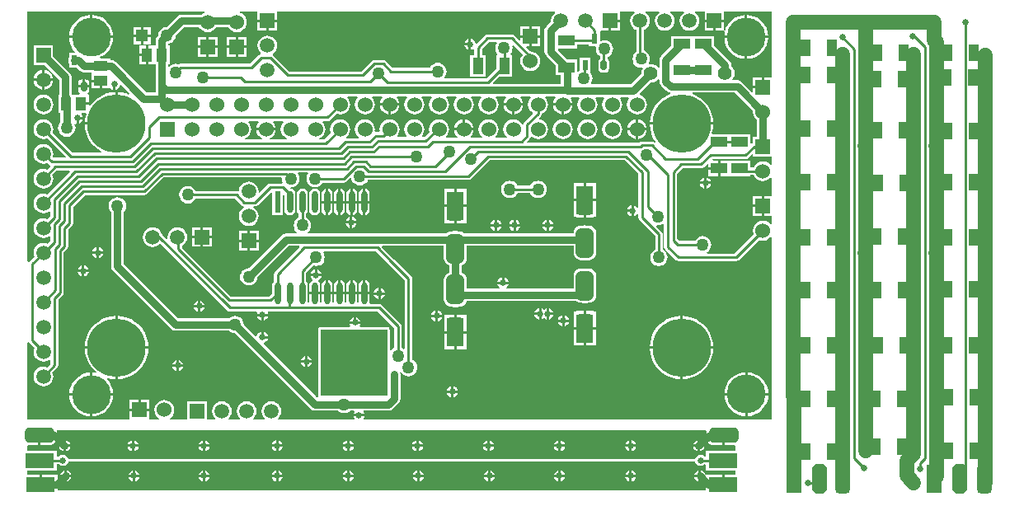
<source format=gbl>
G04 Layer_Physical_Order=2*
G04 Layer_Color=16711680*
%FSLAX23Y23*%
%MOIN*%
G70*
G01*
G75*
%ADD10R,0.067X0.043*%
%ADD19O,0.024X0.087*%
%ADD20R,0.024X0.087*%
%ADD21R,0.043X0.067*%
%ADD22R,0.043X0.055*%
%ADD23R,0.055X0.043*%
%ADD28C,0.010*%
%ADD29C,0.030*%
%ADD34C,0.060*%
%ADD35C,0.050*%
%ADD36R,0.050X0.050*%
%ADD37C,0.060*%
%ADD38R,0.060X0.060*%
%ADD39R,0.060X0.060*%
%ADD40C,0.055*%
%ADD41R,0.059X0.059*%
%ADD42C,0.059*%
%ADD43R,0.059X0.059*%
%ADD44R,0.050X0.050*%
%ADD45C,0.025*%
%ADD46C,0.157*%
%ADD47C,0.236*%
%ADD48R,0.024X0.039*%
G04:AMPARAMS|DCode=49|XSize=24mil|YSize=39mil|CornerRadius=6mil|HoleSize=0mil|Usage=FLASHONLY|Rotation=180.000|XOffset=0mil|YOffset=0mil|HoleType=Round|Shape=RoundedRectangle|*
%AMROUNDEDRECTD49*
21,1,0.024,0.028,0,0,180.0*
21,1,0.012,0.039,0,0,180.0*
1,1,0.012,-0.006,0.014*
1,1,0.012,0.006,0.014*
1,1,0.012,0.006,-0.014*
1,1,0.012,-0.006,-0.014*
%
%ADD49ROUNDEDRECTD49*%
G04:AMPARAMS|DCode=50|XSize=118mil|YSize=71mil|CornerRadius=18mil|HoleSize=0mil|Usage=FLASHONLY|Rotation=90.000|XOffset=0mil|YOffset=0mil|HoleType=Round|Shape=RoundedRectangle|*
%AMROUNDEDRECTD50*
21,1,0.118,0.035,0,0,90.0*
21,1,0.083,0.071,0,0,90.0*
1,1,0.035,0.018,0.041*
1,1,0.035,0.018,-0.041*
1,1,0.035,-0.018,-0.041*
1,1,0.035,-0.018,0.041*
%
%ADD50ROUNDEDRECTD50*%
%ADD51R,0.071X0.118*%
G04:AMPARAMS|DCode=52|XSize=118mil|YSize=60mil|CornerRadius=15mil|HoleSize=0mil|Usage=FLASHONLY|Rotation=90.000|XOffset=0mil|YOffset=0mil|HoleType=Round|Shape=RoundedRectangle|*
%AMROUNDEDRECTD52*
21,1,0.118,0.030,0,0,90.0*
21,1,0.088,0.060,0,0,90.0*
1,1,0.030,0.015,0.044*
1,1,0.030,0.015,-0.044*
1,1,0.030,-0.015,-0.044*
1,1,0.030,-0.015,0.044*
%
%ADD52ROUNDEDRECTD52*%
G04:AMPARAMS|DCode=53|XSize=118mil|YSize=60mil|CornerRadius=0mil|HoleSize=0mil|Usage=FLASHONLY|Rotation=90.000|XOffset=0mil|YOffset=0mil|HoleType=Round|Shape=Octagon|*
%AMOCTAGOND53*
4,1,8,0.015,0.059,-0.015,0.059,-0.030,0.044,-0.030,-0.044,-0.015,-0.059,0.015,-0.059,0.030,-0.044,0.030,0.044,0.015,0.059,0.0*
%
%ADD53OCTAGOND53*%

%ADD54R,0.060X0.118*%
G04:AMPARAMS|DCode=55|XSize=118mil|YSize=60mil|CornerRadius=15mil|HoleSize=0mil|Usage=FLASHONLY|Rotation=0.000|XOffset=0mil|YOffset=0mil|HoleType=Round|Shape=RoundedRectangle|*
%AMROUNDEDRECTD55*
21,1,0.118,0.030,0,0,0.0*
21,1,0.088,0.060,0,0,0.0*
1,1,0.030,0.044,-0.015*
1,1,0.030,-0.044,-0.015*
1,1,0.030,-0.044,0.015*
1,1,0.030,0.044,0.015*
%
%ADD55ROUNDEDRECTD55*%
%ADD56R,0.118X0.060*%
G36*
X2715Y129D02*
X2720Y122D01*
X2727Y117D01*
X2736Y115D01*
X2745Y117D01*
X2752Y122D01*
X2757Y119D01*
X2758Y119D01*
Y98D01*
X2878D01*
Y79D01*
X2832D01*
Y39D01*
X2827D01*
Y34D01*
X2758D01*
Y15D01*
X136D01*
Y34D01*
X67D01*
Y39D01*
X62D01*
Y79D01*
X15D01*
Y98D01*
X132D01*
Y123D01*
X141D01*
X141Y122D01*
X149Y117D01*
X157Y115D01*
X166Y117D01*
X174Y122D01*
X179Y129D01*
X180Y134D01*
X2714D01*
X2715Y129D01*
D02*
G37*
G36*
X2759Y256D02*
X2759Y255D01*
Y245D01*
X2829D01*
Y240D01*
X2834D01*
Y200D01*
X2873D01*
X2875Y200D01*
X2878Y197D01*
Y178D01*
X2758D01*
Y157D01*
X2757Y156D01*
X2752Y154D01*
X2745Y159D01*
X2736Y161D01*
X2727Y159D01*
X2720Y154D01*
X2715Y147D01*
X2715Y144D01*
X2714Y144D01*
X180D01*
X179Y144D01*
X179Y147D01*
X174Y154D01*
X166Y159D01*
X157Y161D01*
X149Y159D01*
X141Y154D01*
X141Y153D01*
X132D01*
Y178D01*
X15D01*
Y197D01*
X19Y200D01*
X58D01*
Y240D01*
X63D01*
Y245D01*
X133D01*
Y255D01*
X132Y256D01*
X135Y260D01*
X2756D01*
X2759Y256D01*
D02*
G37*
%LPC*%
G36*
X1019Y97D02*
X1015Y96D01*
X1007Y91D01*
X1002Y84D01*
X1002Y80D01*
X1019D01*
Y97D01*
D02*
G37*
G36*
X733D02*
Y80D01*
X750D01*
X750Y84D01*
X745Y91D01*
X737Y96D01*
X733Y97D01*
D02*
G37*
G36*
X1306D02*
X1302Y96D01*
X1295Y91D01*
X1290Y84D01*
X1289Y80D01*
X1306D01*
Y97D01*
D02*
G37*
G36*
X1029D02*
Y80D01*
X1046D01*
X1045Y84D01*
X1040Y91D01*
X1032Y96D01*
X1029Y97D01*
D02*
G37*
G36*
X723D02*
X720Y96D01*
X712Y91D01*
X707Y84D01*
X706Y80D01*
X723D01*
Y97D01*
D02*
G37*
G36*
X174D02*
Y80D01*
X191D01*
X190Y84D01*
X186Y91D01*
X178Y96D01*
X174Y97D01*
D02*
G37*
G36*
X164D02*
X161Y96D01*
X153Y91D01*
X148Y84D01*
X147Y80D01*
X164D01*
Y97D01*
D02*
G37*
G36*
X450D02*
Y80D01*
X467D01*
X466Y84D01*
X461Y91D01*
X454Y96D01*
X450Y97D01*
D02*
G37*
G36*
X440D02*
X436Y96D01*
X429Y91D01*
X424Y84D01*
X423Y80D01*
X440D01*
Y97D01*
D02*
G37*
G36*
X1316D02*
Y80D01*
X1333D01*
X1332Y84D01*
X1327Y91D01*
X1320Y96D01*
X1316Y97D01*
D02*
G37*
G36*
X2448D02*
X2444Y96D01*
X2437Y91D01*
X2432Y84D01*
X2431Y80D01*
X2448D01*
Y97D01*
D02*
G37*
G36*
X2170D02*
Y80D01*
X2187D01*
X2187Y84D01*
X2182Y91D01*
X2174Y96D01*
X2170Y97D01*
D02*
G37*
G36*
X2727D02*
X2724Y96D01*
X2716Y91D01*
X2711Y84D01*
X2710Y80D01*
X2727D01*
Y97D01*
D02*
G37*
G36*
X2458D02*
Y80D01*
X2475D01*
X2474Y84D01*
X2469Y91D01*
X2462Y96D01*
X2458Y97D01*
D02*
G37*
G36*
X2160D02*
X2157Y96D01*
X2149Y91D01*
X2144Y84D01*
X2143Y80D01*
X2160D01*
Y97D01*
D02*
G37*
G36*
X1599D02*
Y80D01*
X1616D01*
X1616Y84D01*
X1611Y91D01*
X1603Y96D01*
X1599Y97D01*
D02*
G37*
G36*
X1589D02*
X1586Y96D01*
X1578Y91D01*
X1573Y84D01*
X1573Y80D01*
X1589D01*
Y97D01*
D02*
G37*
G36*
X1887D02*
Y80D01*
X1904D01*
X1903Y84D01*
X1898Y91D01*
X1891Y96D01*
X1887Y97D01*
D02*
G37*
G36*
X1877D02*
X1873Y96D01*
X1866Y91D01*
X1861Y84D01*
X1860Y80D01*
X1877D01*
Y97D01*
D02*
G37*
G36*
X723Y70D02*
X706D01*
X707Y66D01*
X712Y59D01*
X720Y54D01*
X723Y53D01*
Y70D01*
D02*
G37*
G36*
X467D02*
X450D01*
Y53D01*
X454Y54D01*
X461Y59D01*
X466Y66D01*
X467Y70D01*
D02*
G37*
G36*
X750D02*
X733D01*
Y53D01*
X737Y54D01*
X745Y59D01*
X750Y66D01*
X750Y70D01*
D02*
G37*
G36*
X1046D02*
X1029D01*
Y53D01*
X1032Y54D01*
X1040Y59D01*
X1045Y66D01*
X1046Y70D01*
D02*
G37*
G36*
X1019D02*
X1002D01*
X1002Y66D01*
X1007Y59D01*
X1015Y54D01*
X1019Y53D01*
Y70D01*
D02*
G37*
G36*
X2737Y97D02*
Y75D01*
Y53D01*
X2741Y54D01*
X2749Y59D01*
X2753Y65D01*
X2758Y64D01*
Y44D01*
X2822D01*
Y79D01*
X2759D01*
X2758Y79D01*
X2754Y82D01*
X2753Y84D01*
X2749Y91D01*
X2741Y96D01*
X2737Y97D01*
D02*
G37*
G36*
X136Y79D02*
X72D01*
Y44D01*
X136D01*
Y79D01*
D02*
G37*
G36*
X164Y70D02*
X147D01*
X148Y66D01*
X153Y59D01*
X161Y54D01*
X164Y53D01*
Y70D01*
D02*
G37*
G36*
X440D02*
X423D01*
X424Y66D01*
X429Y59D01*
X436Y54D01*
X440Y53D01*
Y70D01*
D02*
G37*
G36*
X191D02*
X174D01*
Y53D01*
X178Y54D01*
X186Y59D01*
X190Y66D01*
X191Y70D01*
D02*
G37*
G36*
X1306D02*
X1289D01*
X1290Y66D01*
X1295Y59D01*
X1302Y54D01*
X1306Y53D01*
Y70D01*
D02*
G37*
G36*
X2187D02*
X2170D01*
Y53D01*
X2174Y54D01*
X2182Y59D01*
X2187Y66D01*
X2187Y70D01*
D02*
G37*
G36*
X2160D02*
X2143D01*
X2144Y66D01*
X2149Y59D01*
X2157Y54D01*
X2160Y53D01*
Y70D01*
D02*
G37*
G36*
X2448D02*
X2431D01*
X2432Y66D01*
X2437Y59D01*
X2444Y54D01*
X2448Y53D01*
Y70D01*
D02*
G37*
G36*
X2727D02*
X2710D01*
X2711Y66D01*
X2716Y59D01*
X2724Y54D01*
X2727Y53D01*
Y70D01*
D02*
G37*
G36*
X2475D02*
X2458D01*
Y53D01*
X2462Y54D01*
X2469Y59D01*
X2474Y66D01*
X2475Y70D01*
D02*
G37*
G36*
X1589D02*
X1573D01*
X1573Y66D01*
X1578Y59D01*
X1586Y54D01*
X1589Y53D01*
Y70D01*
D02*
G37*
G36*
X1333D02*
X1316D01*
Y53D01*
X1320Y54D01*
X1327Y59D01*
X1332Y66D01*
X1333Y70D01*
D02*
G37*
G36*
X1616D02*
X1599D01*
Y53D01*
X1603Y54D01*
X1611Y59D01*
X1616Y66D01*
X1616Y70D01*
D02*
G37*
G36*
X1904D02*
X1887D01*
Y53D01*
X1891Y54D01*
X1898Y59D01*
X1903Y66D01*
X1904Y70D01*
D02*
G37*
G36*
X1877D02*
X1860D01*
X1861Y66D01*
X1866Y59D01*
X1873Y54D01*
X1877Y53D01*
Y70D01*
D02*
G37*
G36*
X733Y219D02*
Y202D01*
X750D01*
X750Y206D01*
X745Y213D01*
X737Y218D01*
X733Y219D01*
D02*
G37*
G36*
X723D02*
X720Y218D01*
X712Y213D01*
X707Y206D01*
X706Y202D01*
X723D01*
Y219D01*
D02*
G37*
G36*
X1019D02*
X1015Y218D01*
X1007Y213D01*
X1002Y206D01*
X1002Y202D01*
X1019D01*
Y219D01*
D02*
G37*
G36*
X1306D02*
X1302Y218D01*
X1295Y213D01*
X1290Y206D01*
X1289Y202D01*
X1306D01*
Y219D01*
D02*
G37*
G36*
X1029D02*
Y202D01*
X1046D01*
X1045Y206D01*
X1040Y213D01*
X1032Y218D01*
X1029Y219D01*
D02*
G37*
G36*
X160D02*
X157Y218D01*
X149Y213D01*
X144Y206D01*
X143Y202D01*
X160D01*
Y219D01*
D02*
G37*
G36*
X2824Y235D02*
X2759D01*
Y225D01*
X2761Y215D01*
X2767Y207D01*
X2775Y202D01*
X2785Y200D01*
X2824D01*
Y235D01*
D02*
G37*
G36*
X170Y219D02*
Y202D01*
X187D01*
X187Y206D01*
X182Y213D01*
X174Y218D01*
X170Y219D01*
D02*
G37*
G36*
X446D02*
Y202D01*
X463D01*
X462Y206D01*
X457Y213D01*
X450Y218D01*
X446Y219D01*
D02*
G37*
G36*
X436D02*
X432Y218D01*
X425Y213D01*
X420Y206D01*
X419Y202D01*
X436D01*
Y219D01*
D02*
G37*
G36*
X1316D02*
Y202D01*
X1333D01*
X1332Y206D01*
X1327Y213D01*
X1320Y218D01*
X1316Y219D01*
D02*
G37*
G36*
X2448D02*
X2444Y218D01*
X2437Y213D01*
X2432Y206D01*
X2431Y202D01*
X2448D01*
Y219D01*
D02*
G37*
G36*
X2170D02*
Y202D01*
X2187D01*
X2187Y206D01*
X2182Y213D01*
X2174Y218D01*
X2170Y219D01*
D02*
G37*
G36*
X2458D02*
Y202D01*
X2475D01*
X2474Y206D01*
X2469Y213D01*
X2462Y218D01*
X2458Y219D01*
D02*
G37*
G36*
X2733D02*
Y202D01*
X2750D01*
X2750Y206D01*
X2745Y213D01*
X2737Y218D01*
X2733Y219D01*
D02*
G37*
G36*
X2723D02*
X2720Y218D01*
X2712Y213D01*
X2707Y206D01*
X2706Y202D01*
X2723D01*
Y219D01*
D02*
G37*
G36*
X1596D02*
Y202D01*
X1612D01*
X1612Y206D01*
X1607Y213D01*
X1599Y218D01*
X1596Y219D01*
D02*
G37*
G36*
X1586D02*
X1582Y218D01*
X1574Y213D01*
X1569Y206D01*
X1569Y202D01*
X1586D01*
Y219D01*
D02*
G37*
G36*
X1873D02*
X1869Y218D01*
X1862Y213D01*
X1857Y206D01*
X1856Y202D01*
X1873D01*
Y219D01*
D02*
G37*
G36*
X2160D02*
X2157Y218D01*
X2149Y213D01*
X2144Y206D01*
X2143Y202D01*
X2160D01*
Y219D01*
D02*
G37*
G36*
X1883D02*
Y202D01*
X1900D01*
X1899Y206D01*
X1894Y213D01*
X1887Y218D01*
X1883Y219D01*
D02*
G37*
G36*
X1019Y192D02*
X1002D01*
X1002Y188D01*
X1007Y181D01*
X1015Y176D01*
X1019Y175D01*
Y192D01*
D02*
G37*
G36*
X750D02*
X733D01*
Y175D01*
X737Y176D01*
X745Y181D01*
X750Y188D01*
X750Y192D01*
D02*
G37*
G36*
X1046D02*
X1029D01*
Y175D01*
X1032Y176D01*
X1040Y181D01*
X1045Y188D01*
X1046Y192D01*
D02*
G37*
G36*
X1333D02*
X1316D01*
Y175D01*
X1320Y176D01*
X1327Y181D01*
X1332Y188D01*
X1333Y192D01*
D02*
G37*
G36*
X1306D02*
X1289D01*
X1290Y188D01*
X1295Y181D01*
X1302Y176D01*
X1306Y175D01*
Y192D01*
D02*
G37*
G36*
X187D02*
X170D01*
Y175D01*
X174Y176D01*
X182Y181D01*
X187Y188D01*
X187Y192D01*
D02*
G37*
G36*
X160D02*
X143D01*
X144Y188D01*
X149Y181D01*
X157Y176D01*
X160Y175D01*
Y192D01*
D02*
G37*
G36*
X436D02*
X419D01*
X420Y188D01*
X425Y181D01*
X432Y176D01*
X436Y175D01*
Y192D01*
D02*
G37*
G36*
X723D02*
X706D01*
X707Y188D01*
X712Y181D01*
X720Y176D01*
X723Y175D01*
Y192D01*
D02*
G37*
G36*
X463D02*
X446D01*
Y175D01*
X450Y176D01*
X457Y181D01*
X462Y188D01*
X463Y192D01*
D02*
G37*
G36*
X1586D02*
X1569D01*
X1569Y188D01*
X1574Y181D01*
X1582Y176D01*
X1586Y175D01*
Y192D01*
D02*
G37*
G36*
X2475D02*
X2458D01*
Y175D01*
X2462Y176D01*
X2469Y181D01*
X2474Y188D01*
X2475Y192D01*
D02*
G37*
G36*
X2448D02*
X2431D01*
X2432Y188D01*
X2437Y181D01*
X2444Y176D01*
X2448Y175D01*
Y192D01*
D02*
G37*
G36*
X2723D02*
X2706D01*
X2707Y188D01*
X2712Y181D01*
X2720Y176D01*
X2723Y175D01*
Y192D01*
D02*
G37*
G36*
X133Y235D02*
X68D01*
Y200D01*
X107D01*
X117Y202D01*
X125Y207D01*
X131Y215D01*
X133Y225D01*
Y235D01*
D02*
G37*
G36*
X2750Y192D02*
X2733D01*
Y175D01*
X2737Y176D01*
X2745Y181D01*
X2750Y188D01*
X2750Y192D01*
D02*
G37*
G36*
X1873D02*
X1856D01*
X1857Y188D01*
X1862Y181D01*
X1869Y176D01*
X1873Y175D01*
Y192D01*
D02*
G37*
G36*
X1612D02*
X1596D01*
Y175D01*
X1599Y176D01*
X1607Y181D01*
X1612Y188D01*
X1612Y192D01*
D02*
G37*
G36*
X1900D02*
X1883D01*
Y175D01*
X1887Y176D01*
X1894Y181D01*
X1899Y188D01*
X1900Y192D01*
D02*
G37*
G36*
X2187D02*
X2170D01*
Y175D01*
X2174Y176D01*
X2182Y181D01*
X2187Y188D01*
X2187Y192D01*
D02*
G37*
G36*
X2160D02*
X2143D01*
X2144Y188D01*
X2149Y181D01*
X2157Y176D01*
X2160Y175D01*
Y192D01*
D02*
G37*
%LPD*%
G36*
X2148Y1948D02*
X2142Y1944D01*
X2136Y1935D01*
X2132Y1926D01*
X2130Y1915D01*
X2131Y1912D01*
X2112Y1893D01*
X2106Y1885D01*
X2104Y1875D01*
Y1791D01*
X2106Y1782D01*
X2112Y1773D01*
X2149Y1736D01*
Y1697D01*
X2171D01*
Y1661D01*
X1898D01*
X1896Y1666D01*
X1921Y1691D01*
X1975D01*
Y1778D01*
X1970D01*
X1968Y1783D01*
X1972Y1787D01*
X1975Y1796D01*
X1976Y1805D01*
X1975Y1813D01*
X1979Y1815D01*
X1980Y1816D01*
X2017Y1778D01*
X2012Y1773D01*
X2008Y1763D01*
X2007Y1752D01*
X2008Y1742D01*
X2012Y1732D01*
X2019Y1724D01*
X2027Y1717D01*
X2037Y1713D01*
X2047Y1712D01*
X2058Y1713D01*
X2067Y1717D01*
X2076Y1724D01*
X2082Y1732D01*
X2086Y1742D01*
X2088Y1752D01*
X2086Y1763D01*
X2082Y1773D01*
X2076Y1781D01*
X2067Y1787D01*
X2058Y1791D01*
X2047Y1793D01*
X2046Y1793D01*
X2031Y1808D01*
X2033Y1812D01*
X2042D01*
Y1847D01*
X2007D01*
Y1838D01*
X2003Y1836D01*
X1983Y1856D01*
X1978Y1859D01*
X1972Y1860D01*
X1875D01*
X1869Y1859D01*
X1864Y1856D01*
X1831Y1823D01*
X1825Y1825D01*
X1824Y1830D01*
X1819Y1837D01*
X1812Y1842D01*
X1808Y1843D01*
Y1821D01*
Y1799D01*
X1812Y1800D01*
X1816Y1803D01*
X1821Y1800D01*
Y1778D01*
X1805D01*
Y1691D01*
X1868D01*
Y1778D01*
X1852D01*
Y1801D01*
X1881Y1830D01*
X1910D01*
X1912Y1825D01*
X1910Y1823D01*
X1907Y1814D01*
X1906Y1805D01*
X1907Y1796D01*
X1910Y1787D01*
X1914Y1783D01*
X1912Y1778D01*
X1911D01*
Y1724D01*
X1870Y1683D01*
X1702D01*
X1700Y1688D01*
X1704Y1693D01*
X1707Y1701D01*
X1709Y1711D01*
X1707Y1720D01*
X1704Y1728D01*
X1698Y1736D01*
X1691Y1741D01*
X1682Y1745D01*
X1673Y1746D01*
X1664Y1745D01*
X1656Y1741D01*
X1648Y1736D01*
X1643Y1728D01*
X1642Y1726D01*
X1491D01*
X1463Y1754D01*
X1458Y1757D01*
X1452Y1758D01*
X1416D01*
X1411Y1757D01*
X1406Y1754D01*
X1362Y1710D01*
X1074D01*
X1008Y1777D01*
X1007Y1777D01*
X1007Y1783D01*
X1012Y1787D01*
X1019Y1795D01*
X1023Y1805D01*
X1024Y1815D01*
X1023Y1826D01*
X1019Y1835D01*
X1012Y1844D01*
X1004Y1850D01*
X995Y1854D01*
X984Y1855D01*
X974Y1854D01*
X964Y1850D01*
X956Y1844D01*
X950Y1835D01*
X946Y1826D01*
X944Y1815D01*
X946Y1805D01*
X950Y1795D01*
X956Y1787D01*
X958Y1786D01*
X957Y1780D01*
X955Y1780D01*
X950Y1777D01*
X915Y1742D01*
X744D01*
X741Y1742D01*
X708D01*
X705Y1742D01*
X634D01*
X628Y1741D01*
X626Y1739D01*
X623Y1741D01*
X614Y1742D01*
X605Y1741D01*
X597Y1737D01*
X589Y1732D01*
X588Y1730D01*
X583Y1731D01*
Y1740D01*
X589D01*
Y1815D01*
X583D01*
Y1822D01*
X587Y1822D01*
X595Y1826D01*
X603Y1831D01*
X608Y1839D01*
X612Y1847D01*
X613Y1855D01*
X647Y1890D01*
X708D01*
X715Y1882D01*
X723Y1875D01*
X733Y1871D01*
X743Y1870D01*
X753Y1871D01*
X763Y1875D01*
X772Y1882D01*
X778Y1890D01*
X826D01*
X833Y1882D01*
X841Y1875D01*
X851Y1871D01*
X861Y1870D01*
X872Y1871D01*
X881Y1875D01*
X890Y1882D01*
X896Y1890D01*
X900Y1900D01*
X901Y1910D01*
X900Y1921D01*
X896Y1931D01*
X890Y1939D01*
X881Y1945D01*
X874Y1948D01*
X875Y1953D01*
X945D01*
Y1920D01*
X984D01*
X1024D01*
Y1953D01*
X2146D01*
X2148Y1948D01*
D02*
G37*
G36*
X3023Y1691D02*
X3020Y1688D01*
X2993D01*
Y1648D01*
X2988D01*
Y1643D01*
X2948D01*
Y1630D01*
X2944Y1628D01*
X2904Y1668D01*
X2895Y1674D01*
X2886Y1676D01*
X2868D01*
X2865Y1681D01*
X2868Y1684D01*
X2872Y1693D01*
X2873Y1703D01*
X2872Y1713D01*
X2868Y1722D01*
X2862Y1730D01*
X2861Y1731D01*
Y1736D01*
X2859Y1746D01*
X2853Y1754D01*
X2791Y1815D01*
Y1854D01*
X2618D01*
Y1815D01*
X2576Y1774D01*
X2571Y1766D01*
X2569Y1756D01*
Y1728D01*
X2564Y1727D01*
X2562Y1730D01*
X2554Y1736D01*
X2545Y1739D01*
X2535Y1741D01*
X2530Y1740D01*
X2528Y1743D01*
X2527Y1745D01*
X2530Y1753D01*
X2531Y1762D01*
X2530Y1771D01*
X2527Y1779D01*
X2521Y1787D01*
X2514Y1792D01*
X2507Y1795D01*
Y1879D01*
X2511Y1881D01*
X2520Y1887D01*
X2526Y1895D01*
X2530Y1905D01*
X2531Y1915D01*
X2530Y1926D01*
X2526Y1935D01*
X2520Y1944D01*
X2513Y1948D01*
X2515Y1953D01*
X2568D01*
X2569Y1948D01*
X2563Y1944D01*
X2557Y1935D01*
X2553Y1926D01*
X2551Y1915D01*
X2553Y1905D01*
X2557Y1895D01*
X2563Y1887D01*
X2571Y1881D01*
X2581Y1877D01*
X2591Y1875D01*
X2602Y1877D01*
X2611Y1881D01*
X2620Y1887D01*
X2626Y1895D01*
X2630Y1905D01*
X2631Y1915D01*
X2630Y1926D01*
X2626Y1935D01*
X2620Y1944D01*
X2613Y1948D01*
X2615Y1953D01*
X2668D01*
X2669Y1948D01*
X2663Y1944D01*
X2657Y1935D01*
X2653Y1926D01*
X2651Y1915D01*
X2653Y1905D01*
X2657Y1895D01*
X2663Y1887D01*
X2671Y1881D01*
X2681Y1877D01*
X2691Y1875D01*
X2702Y1877D01*
X2711Y1881D01*
X2720Y1887D01*
X2726Y1895D01*
X2730Y1905D01*
X2731Y1915D01*
X2730Y1926D01*
X2726Y1935D01*
X2720Y1944D01*
X2713Y1948D01*
X2715Y1953D01*
X2752D01*
Y1920D01*
X2791D01*
X2831D01*
Y1953D01*
X3023D01*
X3023Y1691D01*
D02*
G37*
G36*
X2469Y1948D02*
X2463Y1944D01*
X2457Y1935D01*
X2453Y1926D01*
X2451Y1915D01*
X2453Y1905D01*
X2457Y1895D01*
X2463Y1887D01*
X2471Y1881D01*
X2476Y1879D01*
Y1791D01*
X2471Y1787D01*
X2465Y1779D01*
X2462Y1771D01*
X2461Y1762D01*
X2462Y1753D01*
X2465Y1744D01*
X2471Y1737D01*
X2478Y1731D01*
X2487Y1728D01*
X2496Y1727D01*
X2500Y1727D01*
X2503Y1722D01*
X2502Y1722D01*
X2498Y1713D01*
X2497Y1703D01*
X2497Y1701D01*
X2455Y1659D01*
X2295D01*
X2293Y1663D01*
X2294Y1665D01*
X2298Y1674D01*
X2299Y1683D01*
X2298Y1692D01*
X2294Y1701D01*
X2293Y1702D01*
X2291Y1707D01*
X2291D01*
X2291Y1707D01*
Y1766D01*
X2248D01*
Y1714D01*
X2246Y1714D01*
X2241Y1710D01*
X2236Y1712D01*
Y1760D01*
X2197D01*
X2159Y1798D01*
X2161Y1803D01*
X2236D01*
Y1819D01*
X2285D01*
Y1813D01*
X2309D01*
X2313Y1808D01*
X2312Y1802D01*
X2313Y1793D01*
X2317Y1784D01*
X2322Y1777D01*
X2329Y1772D01*
Y1763D01*
X2327Y1761D01*
X2324Y1756D01*
X2322Y1750D01*
Y1722D01*
X2324Y1716D01*
X2327Y1711D01*
X2332Y1707D01*
X2339Y1706D01*
X2350D01*
X2357Y1707D01*
X2362Y1711D01*
X2365Y1716D01*
X2367Y1722D01*
Y1750D01*
X2365Y1756D01*
X2362Y1761D01*
X2360Y1763D01*
Y1769D01*
X2365Y1771D01*
X2372Y1777D01*
X2378Y1784D01*
X2381Y1793D01*
X2383Y1802D01*
X2381Y1811D01*
X2378Y1819D01*
X2372Y1827D01*
X2365Y1832D01*
X2357Y1836D01*
X2347Y1837D01*
X2338Y1836D01*
X2334Y1834D01*
X2329Y1837D01*
Y1872D01*
X2329Y1873D01*
X2332Y1876D01*
X2365D01*
Y1915D01*
X2370D01*
Y1920D01*
X2410D01*
Y1953D01*
X2468D01*
X2469Y1948D01*
D02*
G37*
G36*
X2569Y1677D02*
Y1671D01*
X2571Y1662D01*
X2576Y1653D01*
X2598Y1632D01*
X2606Y1627D01*
X2614Y1625D01*
X2614Y1620D01*
X2600Y1614D01*
X2583Y1604D01*
X2568Y1590D01*
X2555Y1575D01*
X2544Y1558D01*
X2536Y1539D01*
X2532Y1520D01*
X2531Y1505D01*
X2787D01*
X2786Y1520D01*
X2781Y1539D01*
X2773Y1558D01*
X2763Y1575D01*
X2750Y1590D01*
X2734Y1604D01*
X2717Y1614D01*
X2703Y1620D01*
X2704Y1625D01*
X2875D01*
X2948Y1551D01*
X2948Y1548D01*
X2949Y1537D01*
X2953Y1527D01*
X2960Y1519D01*
X2963Y1517D01*
Y1447D01*
X2948D01*
Y1422D01*
X2946Y1422D01*
X2942Y1419D01*
X2937Y1420D01*
Y1457D01*
X2784D01*
X2781Y1462D01*
X2786Y1480D01*
X2787Y1495D01*
X2531D01*
X2532Y1480D01*
X2536Y1460D01*
X2544Y1441D01*
X2554Y1426D01*
X2550Y1423D01*
X2550Y1423D01*
X2545Y1426D01*
X2539Y1427D01*
X2499D01*
X2493Y1426D01*
X2488Y1423D01*
X2488Y1423D01*
X2036D01*
X2034Y1427D01*
X2045Y1438D01*
X2048Y1443D01*
X2048Y1444D01*
X2054Y1446D01*
X2059Y1443D01*
X2068Y1439D01*
X2079Y1437D01*
X2089Y1439D01*
X2099Y1443D01*
X2107Y1449D01*
X2114Y1457D01*
X2118Y1467D01*
X2119Y1478D01*
X2118Y1488D01*
X2114Y1498D01*
X2107Y1506D01*
X2099Y1512D01*
X2089Y1517D01*
X2084Y1517D01*
X2082Y1523D01*
X2090Y1530D01*
X2093Y1535D01*
X2094Y1541D01*
X2099Y1543D01*
X2107Y1549D01*
X2114Y1557D01*
X2118Y1567D01*
X2119Y1578D01*
X2118Y1588D01*
X2114Y1598D01*
X2108Y1605D01*
X2109Y1610D01*
X2148D01*
X2150Y1605D01*
X2144Y1598D01*
X2140Y1588D01*
X2139Y1583D01*
X2179D01*
X2218D01*
X2218Y1588D01*
X2214Y1598D01*
X2210Y1603D01*
X2212Y1608D01*
X2245D01*
X2248Y1603D01*
X2244Y1598D01*
X2240Y1588D01*
X2238Y1578D01*
X2240Y1567D01*
X2244Y1557D01*
X2250Y1549D01*
X2259Y1543D01*
X2268Y1539D01*
X2279Y1537D01*
X2289Y1539D01*
X2299Y1543D01*
X2307Y1549D01*
X2314Y1557D01*
X2318Y1567D01*
X2319Y1578D01*
X2318Y1588D01*
X2314Y1598D01*
X2310Y1603D01*
X2312Y1608D01*
X2345D01*
X2348Y1603D01*
X2344Y1598D01*
X2340Y1588D01*
X2338Y1578D01*
X2340Y1567D01*
X2344Y1557D01*
X2350Y1549D01*
X2359Y1543D01*
X2368Y1539D01*
X2379Y1537D01*
X2389Y1539D01*
X2399Y1543D01*
X2407Y1549D01*
X2414Y1557D01*
X2418Y1567D01*
X2419Y1578D01*
X2418Y1588D01*
X2414Y1598D01*
X2410Y1603D01*
X2412Y1608D01*
X2445D01*
X2448Y1603D01*
X2444Y1598D01*
X2440Y1588D01*
X2438Y1578D01*
X2440Y1567D01*
X2444Y1557D01*
X2450Y1549D01*
X2459Y1543D01*
X2468Y1539D01*
X2479Y1537D01*
X2489Y1539D01*
X2499Y1543D01*
X2507Y1549D01*
X2514Y1557D01*
X2518Y1567D01*
X2519Y1578D01*
X2518Y1588D01*
X2514Y1598D01*
X2507Y1606D01*
X2499Y1612D01*
X2491Y1616D01*
X2489Y1621D01*
X2533Y1665D01*
X2535Y1665D01*
X2545Y1666D01*
X2554Y1670D01*
X2562Y1676D01*
X2564Y1679D01*
X2569Y1677D01*
D02*
G37*
G36*
X730Y1948D02*
X723Y1945D01*
X717Y1941D01*
X637D01*
X627Y1939D01*
X619Y1933D01*
X577Y1891D01*
X568Y1890D01*
X560Y1887D01*
X553Y1881D01*
X547Y1874D01*
X543Y1865D01*
X542Y1857D01*
X539Y1854D01*
X534Y1846D01*
X532Y1836D01*
Y1815D01*
X503D01*
Y1778D01*
Y1740D01*
X532D01*
Y1652D01*
Y1625D01*
X496D01*
X370Y1750D01*
X362Y1756D01*
X352Y1758D01*
X349D01*
Y1764D01*
X309D01*
X308Y1769D01*
X322Y1776D01*
X335Y1787D01*
X347Y1801D01*
X355Y1816D01*
X360Y1833D01*
X361Y1845D01*
X184D01*
X185Y1833D01*
X190Y1816D01*
X198Y1801D01*
X207Y1791D01*
X204Y1786D01*
X183D01*
Y1768D01*
X181Y1766D01*
X179Y1756D01*
X181Y1746D01*
X183Y1743D01*
Y1726D01*
X214D01*
X226Y1714D01*
X234Y1709D01*
X244Y1707D01*
X273D01*
Y1678D01*
X311D01*
Y1673D01*
X316D01*
Y1642D01*
X349D01*
X349Y1642D01*
Y1642D01*
X353Y1641D01*
X357Y1638D01*
X361Y1638D01*
Y1659D01*
X371D01*
Y1638D01*
X375Y1638D01*
X382Y1643D01*
X387Y1651D01*
X388Y1654D01*
X393Y1655D01*
X426Y1623D01*
X423Y1618D01*
X415Y1622D01*
X395Y1627D01*
X380Y1628D01*
Y1500D01*
X375D01*
Y1495D01*
X247D01*
X248Y1480D01*
X253Y1460D01*
X261Y1441D01*
X271Y1424D01*
X284Y1409D01*
X300Y1396D01*
X314Y1387D01*
X313Y1382D01*
X197D01*
X116Y1463D01*
X117Y1467D01*
X119Y1478D01*
X117Y1488D01*
X113Y1497D01*
X107Y1506D01*
X99Y1512D01*
X89Y1516D01*
X79Y1517D01*
X68Y1516D01*
X59Y1512D01*
X51Y1506D01*
X44Y1497D01*
X40Y1488D01*
X39Y1478D01*
X40Y1467D01*
X44Y1458D01*
X51Y1449D01*
X59Y1443D01*
X68Y1439D01*
X79Y1438D01*
X89Y1439D01*
X94Y1441D01*
X169Y1366D01*
X167Y1362D01*
X120D01*
X117Y1366D01*
X117Y1367D01*
X119Y1378D01*
X117Y1388D01*
X113Y1397D01*
X107Y1406D01*
X99Y1412D01*
X89Y1416D01*
X79Y1417D01*
X68Y1416D01*
X59Y1412D01*
X51Y1406D01*
X44Y1397D01*
X40Y1388D01*
X39Y1378D01*
X40Y1367D01*
X44Y1358D01*
X51Y1349D01*
X59Y1343D01*
X68Y1339D01*
X79Y1338D01*
X89Y1339D01*
X95Y1342D01*
X101Y1336D01*
X105Y1333D01*
X107Y1328D01*
X94Y1314D01*
X89Y1316D01*
X79Y1317D01*
X68Y1316D01*
X59Y1312D01*
X51Y1306D01*
X44Y1297D01*
X40Y1288D01*
X39Y1278D01*
X40Y1267D01*
X44Y1258D01*
X51Y1249D01*
X59Y1243D01*
X68Y1239D01*
X79Y1238D01*
X89Y1239D01*
X99Y1243D01*
X107Y1249D01*
X113Y1258D01*
X117Y1267D01*
X119Y1278D01*
X117Y1288D01*
X115Y1293D01*
X134Y1311D01*
X184D01*
X186Y1307D01*
X94Y1214D01*
X89Y1216D01*
X79Y1217D01*
X68Y1216D01*
X59Y1212D01*
X51Y1206D01*
X44Y1197D01*
X40Y1188D01*
X39Y1178D01*
X40Y1167D01*
X44Y1158D01*
X51Y1149D01*
X59Y1143D01*
X68Y1139D01*
X79Y1138D01*
X89Y1139D01*
X99Y1143D01*
X103Y1146D01*
X108Y1144D01*
Y1128D01*
X94Y1114D01*
X89Y1116D01*
X79Y1117D01*
X68Y1116D01*
X59Y1112D01*
X51Y1106D01*
X44Y1097D01*
X40Y1088D01*
X39Y1078D01*
X40Y1067D01*
X44Y1058D01*
X51Y1049D01*
X59Y1043D01*
X68Y1039D01*
X79Y1038D01*
X89Y1039D01*
X99Y1043D01*
X103Y1046D01*
X108Y1044D01*
Y1025D01*
X96Y1013D01*
X89Y1016D01*
X79Y1017D01*
X68Y1016D01*
X59Y1012D01*
X51Y1006D01*
X44Y997D01*
X40Y988D01*
X39Y978D01*
X40Y967D01*
X42Y963D01*
X23Y944D01*
X20Y939D01*
X20Y939D01*
X15Y942D01*
Y1953D01*
X729D01*
X730Y1948D01*
D02*
G37*
G36*
X2050Y1605D02*
X2044Y1598D01*
X2040Y1588D01*
X2038Y1578D01*
X2040Y1567D01*
X2044Y1557D01*
X2050Y1549D01*
X2056Y1545D01*
X2056Y1540D01*
X2023Y1507D01*
X2020Y1502D01*
X2019Y1498D01*
X2014Y1498D01*
X2014Y1498D01*
X2007Y1506D01*
X1999Y1512D01*
X1989Y1517D01*
X1979Y1518D01*
X1968Y1517D01*
X1959Y1512D01*
X1950Y1506D01*
X1944Y1498D01*
X1940Y1488D01*
X1938Y1478D01*
X1940Y1467D01*
X1944Y1457D01*
X1950Y1449D01*
X1952Y1448D01*
X1950Y1443D01*
X1907D01*
X1906Y1448D01*
X1907Y1449D01*
X1914Y1457D01*
X1918Y1467D01*
X1919Y1478D01*
X1918Y1488D01*
X1914Y1498D01*
X1907Y1506D01*
X1899Y1512D01*
X1889Y1517D01*
X1879Y1518D01*
X1868Y1517D01*
X1859Y1512D01*
X1850Y1506D01*
X1844Y1498D01*
X1840Y1488D01*
X1838Y1478D01*
X1840Y1467D01*
X1844Y1457D01*
X1850Y1449D01*
X1852Y1448D01*
X1850Y1443D01*
X1807D01*
X1806Y1448D01*
X1807Y1449D01*
X1814Y1457D01*
X1818Y1467D01*
X1818Y1473D01*
X1779D01*
X1739D01*
X1740Y1467D01*
X1744Y1457D01*
X1750Y1449D01*
X1752Y1448D01*
X1750Y1443D01*
X1707D01*
X1706Y1448D01*
X1707Y1449D01*
X1714Y1457D01*
X1718Y1467D01*
X1719Y1478D01*
X1718Y1488D01*
X1714Y1498D01*
X1707Y1506D01*
X1699Y1512D01*
X1689Y1517D01*
X1679Y1518D01*
X1668Y1517D01*
X1659Y1512D01*
X1650Y1506D01*
X1644Y1498D01*
X1640Y1488D01*
X1638Y1478D01*
X1640Y1467D01*
X1640Y1467D01*
X1619Y1446D01*
X1612D01*
X1609Y1451D01*
X1614Y1457D01*
X1618Y1467D01*
X1619Y1478D01*
X1618Y1488D01*
X1614Y1498D01*
X1607Y1506D01*
X1599Y1512D01*
X1589Y1517D01*
X1579Y1518D01*
X1568Y1517D01*
X1559Y1512D01*
X1550Y1506D01*
X1544Y1498D01*
X1540Y1488D01*
X1538Y1478D01*
X1540Y1467D01*
X1544Y1457D01*
X1548Y1451D01*
X1546Y1446D01*
X1512D01*
X1509Y1451D01*
X1514Y1457D01*
X1518Y1467D01*
X1519Y1478D01*
X1518Y1488D01*
X1514Y1498D01*
X1507Y1506D01*
X1499Y1512D01*
X1489Y1517D01*
X1479Y1518D01*
X1468Y1517D01*
X1459Y1512D01*
X1450Y1506D01*
X1444Y1498D01*
X1440Y1488D01*
X1438Y1478D01*
X1439Y1471D01*
X1435Y1466D01*
X1424D01*
X1422Y1466D01*
X1418Y1470D01*
X1419Y1478D01*
X1418Y1488D01*
X1414Y1498D01*
X1407Y1506D01*
X1399Y1512D01*
X1389Y1517D01*
X1379Y1518D01*
X1368Y1517D01*
X1359Y1512D01*
X1350Y1506D01*
X1344Y1498D01*
X1340Y1488D01*
X1338Y1478D01*
X1340Y1467D01*
X1344Y1457D01*
X1350Y1449D01*
X1355Y1446D01*
X1353Y1441D01*
X1305D01*
X1303Y1446D01*
X1307Y1449D01*
X1314Y1457D01*
X1318Y1467D01*
X1319Y1478D01*
X1318Y1488D01*
X1314Y1498D01*
X1307Y1506D01*
X1299Y1512D01*
X1289Y1517D01*
X1279Y1518D01*
X1268Y1517D01*
X1259Y1512D01*
X1250Y1506D01*
X1244Y1498D01*
X1240Y1488D01*
X1238Y1478D01*
X1240Y1467D01*
X1242Y1462D01*
X1215Y1436D01*
X1195D01*
X1194Y1441D01*
X1199Y1443D01*
X1207Y1449D01*
X1214Y1457D01*
X1218Y1467D01*
X1219Y1478D01*
X1218Y1488D01*
X1214Y1498D01*
X1208Y1505D01*
X1209Y1510D01*
X1228D01*
X1234Y1511D01*
X1239Y1515D01*
X1265Y1540D01*
X1268Y1539D01*
X1279Y1537D01*
X1289Y1539D01*
X1299Y1543D01*
X1307Y1549D01*
X1314Y1557D01*
X1318Y1567D01*
X1319Y1578D01*
X1318Y1588D01*
X1314Y1598D01*
X1308Y1605D01*
X1309Y1610D01*
X1348D01*
X1350Y1605D01*
X1344Y1598D01*
X1340Y1588D01*
X1338Y1578D01*
X1340Y1567D01*
X1344Y1557D01*
X1350Y1549D01*
X1359Y1543D01*
X1368Y1539D01*
X1379Y1537D01*
X1389Y1539D01*
X1399Y1543D01*
X1407Y1549D01*
X1414Y1557D01*
X1418Y1567D01*
X1419Y1578D01*
X1418Y1588D01*
X1414Y1598D01*
X1408Y1605D01*
X1409Y1610D01*
X1448D01*
X1450Y1605D01*
X1444Y1598D01*
X1440Y1588D01*
X1439Y1583D01*
X1479D01*
X1518D01*
X1518Y1588D01*
X1514Y1598D01*
X1508Y1605D01*
X1509Y1610D01*
X1548D01*
X1550Y1605D01*
X1544Y1598D01*
X1540Y1588D01*
X1538Y1578D01*
X1540Y1567D01*
X1544Y1557D01*
X1550Y1549D01*
X1559Y1543D01*
X1568Y1539D01*
X1579Y1537D01*
X1589Y1539D01*
X1599Y1543D01*
X1607Y1549D01*
X1614Y1557D01*
X1618Y1567D01*
X1619Y1578D01*
X1618Y1588D01*
X1614Y1598D01*
X1608Y1605D01*
X1609Y1610D01*
X1648D01*
X1650Y1605D01*
X1644Y1598D01*
X1640Y1588D01*
X1638Y1578D01*
X1640Y1567D01*
X1644Y1557D01*
X1650Y1549D01*
X1659Y1543D01*
X1668Y1539D01*
X1679Y1537D01*
X1689Y1539D01*
X1699Y1543D01*
X1707Y1549D01*
X1714Y1557D01*
X1718Y1567D01*
X1719Y1578D01*
X1718Y1588D01*
X1714Y1598D01*
X1708Y1605D01*
X1709Y1610D01*
X1748D01*
X1750Y1605D01*
X1744Y1598D01*
X1740Y1588D01*
X1738Y1578D01*
X1740Y1567D01*
X1744Y1557D01*
X1750Y1549D01*
X1759Y1543D01*
X1768Y1539D01*
X1779Y1537D01*
X1789Y1539D01*
X1799Y1543D01*
X1807Y1549D01*
X1814Y1557D01*
X1818Y1567D01*
X1819Y1578D01*
X1818Y1588D01*
X1814Y1598D01*
X1808Y1605D01*
X1809Y1610D01*
X1848D01*
X1850Y1605D01*
X1844Y1598D01*
X1840Y1588D01*
X1838Y1578D01*
X1840Y1567D01*
X1844Y1557D01*
X1850Y1549D01*
X1859Y1543D01*
X1868Y1539D01*
X1879Y1537D01*
X1889Y1539D01*
X1899Y1543D01*
X1907Y1549D01*
X1914Y1557D01*
X1918Y1567D01*
X1919Y1578D01*
X1918Y1588D01*
X1914Y1598D01*
X1908Y1605D01*
X1909Y1610D01*
X1948D01*
X1950Y1605D01*
X1944Y1598D01*
X1940Y1588D01*
X1939Y1583D01*
X1979D01*
X2018D01*
X2018Y1588D01*
X2014Y1598D01*
X2008Y1605D01*
X2009Y1610D01*
X2048D01*
X2050Y1605D01*
D02*
G37*
G36*
X1050Y1505D02*
X1044Y1498D01*
X1040Y1488D01*
X1038Y1478D01*
X1040Y1467D01*
X1044Y1457D01*
X1050Y1449D01*
X1059Y1443D01*
X1064Y1441D01*
X1063Y1436D01*
X995D01*
X994Y1441D01*
X999Y1443D01*
X1007Y1449D01*
X1014Y1457D01*
X1018Y1467D01*
X1018Y1473D01*
X979D01*
X939D01*
X940Y1467D01*
X944Y1457D01*
X950Y1449D01*
X959Y1443D01*
X964Y1441D01*
X963Y1436D01*
X895D01*
X894Y1441D01*
X899Y1443D01*
X907Y1449D01*
X914Y1457D01*
X918Y1467D01*
X919Y1478D01*
X918Y1488D01*
X914Y1498D01*
X908Y1505D01*
X909Y1510D01*
X948D01*
X950Y1505D01*
X944Y1498D01*
X940Y1488D01*
X939Y1483D01*
X979D01*
X1018D01*
X1018Y1488D01*
X1014Y1498D01*
X1008Y1505D01*
X1009Y1510D01*
X1048D01*
X1050Y1505D01*
D02*
G37*
G36*
X2948Y1375D02*
Y1367D01*
X3024D01*
X3024Y1335D01*
X3019Y1334D01*
X3017Y1336D01*
X3008Y1342D01*
X2999Y1346D01*
X2988Y1348D01*
X2978Y1346D01*
X2968Y1342D01*
X2960Y1336D01*
X2953Y1328D01*
X2951Y1323D01*
X2937D01*
Y1351D01*
X2816D01*
Y1319D01*
Y1287D01*
X2937D01*
Y1292D01*
X2951D01*
X2953Y1287D01*
X2960Y1279D01*
X2968Y1273D01*
X2978Y1269D01*
X2988Y1267D01*
X2999Y1269D01*
X3008Y1273D01*
X3017Y1279D01*
X3019Y1281D01*
X3024Y1280D01*
X3024Y1211D01*
X3020Y1207D01*
X2993D01*
Y1167D01*
Y1127D01*
X3024D01*
X3024Y1095D01*
X3019Y1093D01*
X3017Y1096D01*
X3008Y1102D01*
X2999Y1106D01*
X2988Y1108D01*
X2978Y1106D01*
X2968Y1102D01*
X2960Y1096D01*
X2953Y1087D01*
X2949Y1078D01*
X2948Y1067D01*
X2949Y1057D01*
X2951Y1052D01*
X2873Y974D01*
X2763D01*
X2761Y979D01*
X2761Y979D01*
X2769Y984D01*
X2774Y992D01*
X2778Y1000D01*
X2779Y1009D01*
X2778Y1019D01*
X2774Y1027D01*
X2769Y1034D01*
X2761Y1040D01*
X2753Y1044D01*
X2744Y1045D01*
X2735Y1044D01*
X2726Y1040D01*
X2719Y1034D01*
X2713Y1027D01*
X2712Y1025D01*
X2650D01*
X2641Y1034D01*
Y1297D01*
X2664Y1319D01*
X2738D01*
X2744Y1321D01*
X2749Y1324D01*
X2763Y1338D01*
X2768Y1336D01*
Y1324D01*
X2806D01*
Y1351D01*
X2787D01*
X2784Y1356D01*
X2785Y1357D01*
X2917D01*
X2923Y1358D01*
X2928Y1361D01*
X2944Y1377D01*
X2948Y1375D01*
D02*
G37*
G36*
X2485Y1297D02*
Y1161D01*
X2480Y1160D01*
X2477Y1164D01*
X2469Y1169D01*
X2466Y1170D01*
Y1148D01*
Y1126D01*
X2469Y1126D01*
X2477Y1131D01*
X2480Y1136D01*
X2485Y1134D01*
Y1120D01*
X2486Y1114D01*
X2489Y1109D01*
X2552Y1047D01*
Y990D01*
X2549Y989D01*
X2542Y984D01*
X2536Y976D01*
X2533Y968D01*
X2532Y959D01*
X2533Y950D01*
X2536Y941D01*
X2542Y934D01*
X2549Y928D01*
X2558Y925D01*
X2567Y923D01*
X2576Y925D01*
X2585Y928D01*
X2592Y934D01*
X2598Y941D01*
X2601Y950D01*
X2602Y959D01*
X2601Y968D01*
X2598Y976D01*
X2592Y984D01*
X2585Y989D01*
X2582Y990D01*
Y1053D01*
X2581Y1059D01*
X2578Y1064D01*
X2557Y1084D01*
X2560Y1089D01*
X2563Y1089D01*
X2572Y1090D01*
X2581Y1093D01*
X2583Y1095D01*
X2588Y1093D01*
Y1001D01*
X2589Y995D01*
X2592Y991D01*
X2635Y948D01*
X2640Y945D01*
X2646Y943D01*
X2880D01*
X2885Y945D01*
X2890Y948D01*
X2973Y1030D01*
X2978Y1028D01*
X2988Y1027D01*
X2999Y1028D01*
X3008Y1032D01*
X3017Y1039D01*
X3019Y1041D01*
X3024Y1040D01*
X3024Y305D01*
X3021Y302D01*
X1375Y302D01*
X1372Y307D01*
X1376Y312D01*
X1376Y316D01*
X1332D01*
X1333Y312D01*
X1336Y307D01*
X1334Y302D01*
X1029Y302D01*
X1027Y307D01*
X1029Y308D01*
X1035Y317D01*
X1039Y326D01*
X1041Y337D01*
X1039Y347D01*
X1035Y357D01*
X1029Y365D01*
X1021Y371D01*
X1011Y375D01*
X1001Y376D01*
X990Y375D01*
X981Y371D01*
X973Y365D01*
X966Y357D01*
X962Y347D01*
X961Y337D01*
X962Y326D01*
X966Y317D01*
X973Y308D01*
X974Y307D01*
X973Y302D01*
X929Y302D01*
X927Y307D01*
X929Y308D01*
X935Y317D01*
X939Y326D01*
X941Y337D01*
X939Y347D01*
X935Y357D01*
X929Y365D01*
X921Y371D01*
X911Y375D01*
X901Y376D01*
X890Y375D01*
X881Y371D01*
X873Y365D01*
X866Y357D01*
X862Y347D01*
X861Y337D01*
X862Y326D01*
X866Y317D01*
X873Y308D01*
X874Y307D01*
X873Y302D01*
X829Y302D01*
X827Y307D01*
X829Y308D01*
X835Y317D01*
X839Y326D01*
X841Y337D01*
X839Y347D01*
X835Y357D01*
X829Y365D01*
X821Y371D01*
X811Y375D01*
X801Y376D01*
X790Y375D01*
X781Y371D01*
X773Y365D01*
X766Y357D01*
X762Y347D01*
X761Y337D01*
X762Y326D01*
X766Y317D01*
X773Y308D01*
X774Y307D01*
X773Y302D01*
X740Y303D01*
Y376D01*
X661D01*
Y306D01*
X658Y303D01*
X591Y303D01*
X589Y308D01*
X597Y313D01*
X603Y321D01*
X607Y331D01*
X608Y342D01*
X607Y352D01*
X603Y362D01*
X597Y370D01*
X588Y377D01*
X578Y381D01*
X568Y382D01*
X558Y381D01*
X548Y377D01*
X539Y370D01*
X533Y362D01*
X529Y352D01*
X528Y342D01*
X529Y331D01*
X533Y321D01*
X539Y313D01*
X547Y308D01*
X545Y303D01*
X508Y303D01*
Y337D01*
X428D01*
Y306D01*
X424Y303D01*
X15Y303D01*
Y613D01*
X20Y616D01*
X20Y616D01*
X23Y611D01*
X42Y593D01*
X40Y588D01*
X39Y578D01*
X40Y567D01*
X44Y558D01*
X51Y549D01*
X59Y543D01*
X68Y539D01*
X79Y538D01*
X89Y539D01*
X99Y543D01*
X103Y546D01*
X108Y544D01*
Y528D01*
X94Y514D01*
X89Y516D01*
X79Y517D01*
X68Y516D01*
X59Y512D01*
X51Y506D01*
X44Y497D01*
X40Y488D01*
X39Y478D01*
X40Y467D01*
X44Y458D01*
X51Y449D01*
X59Y443D01*
X68Y439D01*
X79Y438D01*
X89Y439D01*
X99Y443D01*
X107Y449D01*
X113Y458D01*
X117Y467D01*
X119Y478D01*
X117Y488D01*
X115Y493D01*
X134Y511D01*
X137Y516D01*
X139Y522D01*
Y787D01*
X157Y806D01*
X160Y811D01*
X161Y817D01*
Y979D01*
X174Y992D01*
X177Y997D01*
X179Y1002D01*
Y1070D01*
X194Y1086D01*
X197Y1091D01*
X199Y1096D01*
Y1162D01*
X247Y1211D01*
X488D01*
X494Y1212D01*
X499Y1216D01*
X565Y1282D01*
X1040D01*
X1044Y1278D01*
X1043Y1278D01*
X1045Y1268D01*
X1047Y1262D01*
X1044Y1257D01*
X1044Y1257D01*
X996D01*
X990Y1256D01*
X985Y1253D01*
X954Y1221D01*
X949Y1223D01*
X949Y1226D01*
X948Y1236D01*
X944Y1246D01*
X938Y1254D01*
X929Y1260D01*
X920Y1264D01*
X909Y1265D01*
X899Y1264D01*
X890Y1260D01*
X881Y1254D01*
X875Y1246D01*
X871Y1236D01*
X870Y1230D01*
X866Y1227D01*
X865Y1227D01*
X859Y1228D01*
X695D01*
X694Y1230D01*
X688Y1238D01*
X681Y1243D01*
X673Y1247D01*
X663Y1248D01*
X654Y1247D01*
X646Y1243D01*
X638Y1238D01*
X633Y1230D01*
X629Y1222D01*
X628Y1213D01*
X629Y1203D01*
X633Y1195D01*
X638Y1188D01*
X646Y1182D01*
X654Y1178D01*
X663Y1177D01*
X673Y1178D01*
X681Y1182D01*
X688Y1188D01*
X694Y1195D01*
X695Y1197D01*
X853D01*
X880Y1170D01*
X885Y1167D01*
X886Y1167D01*
X890Y1161D01*
X890Y1160D01*
X881Y1154D01*
X875Y1146D01*
X871Y1136D01*
X870Y1126D01*
X871Y1115D01*
X875Y1106D01*
X881Y1097D01*
X890Y1091D01*
X899Y1087D01*
X909Y1086D01*
X920Y1087D01*
X929Y1091D01*
X938Y1097D01*
X944Y1106D01*
X948Y1115D01*
X949Y1126D01*
X948Y1136D01*
X944Y1146D01*
X938Y1154D01*
X929Y1160D01*
X928Y1161D01*
X929Y1166D01*
X935D01*
X941Y1167D01*
X946Y1170D01*
X999Y1223D01*
X1004Y1221D01*
Y1129D01*
X1048D01*
Y1209D01*
X1053Y1211D01*
X1054Y1211D01*
Y1151D01*
X1055Y1142D01*
X1060Y1135D01*
X1067Y1130D01*
X1076Y1129D01*
X1084Y1130D01*
X1092Y1135D01*
X1096Y1142D01*
X1098Y1151D01*
Y1214D01*
X1096Y1222D01*
X1092Y1230D01*
X1084Y1235D01*
X1078Y1236D01*
X1076Y1238D01*
X1078Y1241D01*
X1079Y1242D01*
X1079Y1242D01*
X1088Y1243D01*
X1096Y1247D01*
X1104Y1253D01*
X1109Y1260D01*
X1113Y1268D01*
X1114Y1278D01*
X1113Y1287D01*
X1109Y1295D01*
X1107Y1298D01*
X1110Y1302D01*
X1146D01*
X1149Y1298D01*
X1147Y1295D01*
X1143Y1287D01*
X1142Y1278D01*
X1143Y1268D01*
X1147Y1260D01*
X1152Y1253D01*
X1160Y1247D01*
X1168Y1243D01*
X1177Y1242D01*
X1186Y1243D01*
X1195Y1247D01*
X1202Y1253D01*
X1208Y1260D01*
X1208Y1261D01*
X1293D01*
X1299Y1262D01*
X1304Y1266D01*
X1319Y1281D01*
X1324Y1280D01*
X1324Y1276D01*
X1328Y1268D01*
X1333Y1260D01*
X1341Y1255D01*
X1349Y1251D01*
X1358Y1250D01*
X1367Y1251D01*
X1376Y1255D01*
X1383Y1260D01*
X1389Y1268D01*
X1391Y1273D01*
X1798D01*
X1804Y1274D01*
X1809Y1277D01*
X1884Y1352D01*
X2429D01*
X2485Y1297D01*
D02*
G37*
%LPC*%
G36*
X1024Y1910D02*
X989D01*
Y1876D01*
X1024D01*
Y1910D01*
D02*
G37*
G36*
X979D02*
X945D01*
Y1876D01*
X979D01*
Y1910D01*
D02*
G37*
G36*
X2087Y1892D02*
X2052D01*
Y1857D01*
X2087D01*
Y1892D01*
D02*
G37*
G36*
X2042D02*
X2007D01*
Y1857D01*
X2042D01*
Y1892D01*
D02*
G37*
G36*
X1798Y1843D02*
X1794Y1842D01*
X1787Y1837D01*
X1782Y1830D01*
X1781Y1826D01*
X1798D01*
Y1843D01*
D02*
G37*
G36*
X901Y1850D02*
X866D01*
Y1815D01*
X901D01*
Y1850D01*
D02*
G37*
G36*
X783Y1850D02*
X748D01*
Y1815D01*
X783D01*
Y1850D01*
D02*
G37*
G36*
X738D02*
X703D01*
Y1815D01*
X738D01*
Y1850D01*
D02*
G37*
G36*
X856Y1850D02*
X821D01*
Y1815D01*
X856D01*
Y1850D01*
D02*
G37*
G36*
X2087Y1847D02*
X2052D01*
Y1812D01*
X2087D01*
Y1847D01*
D02*
G37*
G36*
X1798Y1816D02*
X1781D01*
X1782Y1812D01*
X1787Y1805D01*
X1794Y1800D01*
X1798Y1799D01*
Y1816D01*
D02*
G37*
G36*
X783Y1805D02*
X748D01*
Y1770D01*
X783D01*
Y1805D01*
D02*
G37*
G36*
X738D02*
X703D01*
Y1770D01*
X738D01*
Y1805D01*
D02*
G37*
G36*
X901D02*
X866D01*
Y1770D01*
X901D01*
Y1805D01*
D02*
G37*
G36*
X856D02*
X821D01*
Y1770D01*
X856D01*
Y1805D01*
D02*
G37*
G36*
X2915Y1939D02*
X2903Y1938D01*
X2886Y1933D01*
X2871Y1925D01*
X2857Y1913D01*
X2846Y1900D01*
X2838Y1885D01*
X2836Y1877D01*
X2831Y1878D01*
X2831Y1880D01*
X2831Y1880D01*
X2831Y1881D01*
Y1910D01*
X2796D01*
Y1876D01*
X2827D01*
X2830Y1876D01*
X2834Y1872D01*
X2834Y1872D01*
X2834Y1872D01*
X2833Y1868D01*
X2832Y1855D01*
X2915D01*
Y1939D01*
D02*
G37*
G36*
X2786Y1910D02*
X2752D01*
Y1876D01*
X2786D01*
Y1910D01*
D02*
G37*
G36*
X2925Y1939D02*
Y1855D01*
X3009D01*
X3008Y1868D01*
X3003Y1885D01*
X2995Y1900D01*
X2984Y1913D01*
X2970Y1925D01*
X2955Y1933D01*
X2938Y1938D01*
X2925Y1939D01*
D02*
G37*
G36*
X3009Y1845D02*
X2925D01*
Y1762D01*
X2938Y1763D01*
X2955Y1768D01*
X2970Y1776D01*
X2984Y1787D01*
X2995Y1801D01*
X3003Y1816D01*
X3008Y1833D01*
X3009Y1845D01*
D02*
G37*
G36*
X2915D02*
X2832D01*
X2833Y1833D01*
X2838Y1816D01*
X2846Y1801D01*
X2857Y1787D01*
X2871Y1776D01*
X2886Y1768D01*
X2903Y1763D01*
X2915Y1762D01*
Y1845D01*
D02*
G37*
G36*
X2983Y1688D02*
X2948D01*
Y1653D01*
X2983D01*
Y1688D01*
D02*
G37*
G36*
X2410Y1910D02*
X2375D01*
Y1876D01*
X2410D01*
Y1910D01*
D02*
G37*
G36*
X2218Y1573D02*
X2184D01*
Y1538D01*
X2189Y1539D01*
X2199Y1543D01*
X2207Y1549D01*
X2214Y1557D01*
X2218Y1567D01*
X2218Y1573D01*
D02*
G37*
G36*
X2174D02*
X2139D01*
X2140Y1567D01*
X2144Y1557D01*
X2150Y1549D01*
X2159Y1543D01*
X2168Y1539D01*
X2174Y1538D01*
Y1573D01*
D02*
G37*
G36*
X2484Y1517D02*
Y1483D01*
X2518D01*
X2518Y1488D01*
X2514Y1498D01*
X2507Y1506D01*
X2499Y1512D01*
X2489Y1517D01*
X2484Y1517D01*
D02*
G37*
G36*
X2474Y1517D02*
X2468Y1517D01*
X2459Y1512D01*
X2450Y1506D01*
X2444Y1498D01*
X2440Y1488D01*
X2439Y1483D01*
X2474D01*
Y1517D01*
D02*
G37*
G36*
Y1473D02*
X2439D01*
X2440Y1467D01*
X2444Y1457D01*
X2450Y1449D01*
X2459Y1443D01*
X2468Y1439D01*
X2474Y1438D01*
Y1473D01*
D02*
G37*
G36*
X2518D02*
X2484D01*
Y1438D01*
X2489Y1439D01*
X2499Y1443D01*
X2507Y1449D01*
X2514Y1457D01*
X2518Y1467D01*
X2518Y1473D01*
D02*
G37*
G36*
X2379Y1518D02*
X2368Y1517D01*
X2359Y1512D01*
X2350Y1506D01*
X2344Y1498D01*
X2340Y1488D01*
X2338Y1478D01*
X2340Y1467D01*
X2344Y1457D01*
X2350Y1449D01*
X2359Y1443D01*
X2368Y1439D01*
X2379Y1437D01*
X2389Y1439D01*
X2399Y1443D01*
X2407Y1449D01*
X2414Y1457D01*
X2418Y1467D01*
X2419Y1478D01*
X2418Y1488D01*
X2414Y1498D01*
X2407Y1506D01*
X2399Y1512D01*
X2389Y1517D01*
X2379Y1518D01*
D02*
G37*
G36*
X2279D02*
X2268Y1517D01*
X2259Y1512D01*
X2250Y1506D01*
X2244Y1498D01*
X2240Y1488D01*
X2238Y1478D01*
X2240Y1467D01*
X2244Y1457D01*
X2250Y1449D01*
X2259Y1443D01*
X2268Y1439D01*
X2279Y1437D01*
X2289Y1439D01*
X2299Y1443D01*
X2307Y1449D01*
X2314Y1457D01*
X2318Y1467D01*
X2319Y1478D01*
X2318Y1488D01*
X2314Y1498D01*
X2307Y1506D01*
X2299Y1512D01*
X2289Y1517D01*
X2279Y1518D01*
D02*
G37*
G36*
X2179D02*
X2168Y1517D01*
X2159Y1512D01*
X2150Y1506D01*
X2144Y1498D01*
X2140Y1488D01*
X2138Y1478D01*
X2140Y1467D01*
X2144Y1457D01*
X2150Y1449D01*
X2159Y1443D01*
X2168Y1439D01*
X2179Y1437D01*
X2189Y1439D01*
X2199Y1443D01*
X2207Y1449D01*
X2214Y1457D01*
X2218Y1467D01*
X2219Y1478D01*
X2218Y1488D01*
X2214Y1498D01*
X2207Y1506D01*
X2199Y1512D01*
X2189Y1517D01*
X2179Y1518D01*
D02*
G37*
G36*
X513Y1891D02*
X483D01*
Y1861D01*
X513D01*
Y1891D01*
D02*
G37*
G36*
X473D02*
X443D01*
Y1861D01*
X473D01*
Y1891D01*
D02*
G37*
G36*
X277Y1939D02*
Y1855D01*
X361D01*
X360Y1868D01*
X355Y1885D01*
X347Y1900D01*
X335Y1913D01*
X322Y1925D01*
X307Y1933D01*
X290Y1938D01*
X277Y1939D01*
D02*
G37*
G36*
X267D02*
X255Y1938D01*
X238Y1933D01*
X223Y1925D01*
X209Y1913D01*
X198Y1900D01*
X190Y1885D01*
X185Y1868D01*
X184Y1855D01*
X267D01*
Y1939D01*
D02*
G37*
G36*
X513Y1851D02*
X483D01*
Y1821D01*
X513D01*
Y1851D01*
D02*
G37*
G36*
X473D02*
X443D01*
Y1821D01*
X473D01*
Y1851D01*
D02*
G37*
G36*
X493Y1815D02*
X466D01*
Y1783D01*
X493D01*
Y1815D01*
D02*
G37*
G36*
Y1773D02*
X466D01*
Y1740D01*
X493D01*
Y1773D01*
D02*
G37*
G36*
X84Y1717D02*
Y1683D01*
X118D01*
X117Y1688D01*
X113Y1697D01*
X107Y1706D01*
X99Y1712D01*
X89Y1716D01*
X84Y1717D01*
D02*
G37*
G36*
X74D02*
X68Y1716D01*
X59Y1712D01*
X51Y1706D01*
X44Y1697D01*
X40Y1688D01*
X40Y1683D01*
X74D01*
Y1717D01*
D02*
G37*
G36*
X248Y1680D02*
X247D01*
Y1655D01*
X264D01*
Y1663D01*
X263Y1670D01*
X259Y1675D01*
X254Y1678D01*
X248Y1680D01*
D02*
G37*
G36*
X237D02*
X236D01*
X230Y1678D01*
X225Y1675D01*
X221Y1670D01*
X220Y1663D01*
Y1655D01*
X237D01*
Y1680D01*
D02*
G37*
G36*
X306Y1668D02*
X273D01*
Y1642D01*
X306D01*
Y1668D01*
D02*
G37*
G36*
X74Y1673D02*
X40D01*
X40Y1667D01*
X44Y1658D01*
X51Y1649D01*
X59Y1643D01*
X68Y1639D01*
X74Y1638D01*
Y1673D01*
D02*
G37*
G36*
X118D02*
X84D01*
Y1638D01*
X89Y1639D01*
X99Y1643D01*
X107Y1649D01*
X113Y1658D01*
X117Y1667D01*
X118Y1673D01*
D02*
G37*
G36*
X79Y1617D02*
X68Y1616D01*
X59Y1612D01*
X51Y1606D01*
X44Y1597D01*
X40Y1588D01*
X39Y1578D01*
X40Y1567D01*
X44Y1558D01*
X51Y1549D01*
X59Y1543D01*
X68Y1539D01*
X79Y1538D01*
X89Y1539D01*
X99Y1543D01*
X107Y1549D01*
X113Y1558D01*
X117Y1567D01*
X119Y1578D01*
X117Y1588D01*
X113Y1597D01*
X107Y1606D01*
X99Y1612D01*
X89Y1616D01*
X79Y1617D01*
D02*
G37*
G36*
X118Y1817D02*
X39D01*
Y1738D01*
X82D01*
X142Y1678D01*
Y1618D01*
X140D01*
Y1543D01*
X148D01*
Y1507D01*
X143Y1500D01*
X139Y1491D01*
X138Y1482D01*
X139Y1473D01*
X143Y1465D01*
X148Y1457D01*
X156Y1452D01*
X164Y1448D01*
X173Y1447D01*
X182Y1448D01*
X191Y1452D01*
X198Y1457D01*
X204Y1465D01*
X207Y1473D01*
X209Y1482D01*
X207Y1491D01*
X205Y1496D01*
X206Y1497D01*
X209Y1500D01*
X212Y1500D01*
Y1522D01*
X217D01*
Y1527D01*
X238D01*
X238Y1530D01*
X233Y1538D01*
X232Y1538D01*
X234Y1543D01*
X250D01*
X253Y1538D01*
X248Y1520D01*
X247Y1505D01*
X370D01*
Y1628D01*
X355Y1627D01*
X335Y1622D01*
X317Y1614D01*
X300Y1604D01*
X284Y1590D01*
X271Y1575D01*
X267Y1568D01*
X262Y1569D01*
Y1576D01*
X230D01*
Y1586D01*
X262D01*
Y1618D01*
X259D01*
X258Y1623D01*
X259Y1624D01*
X263Y1630D01*
X264Y1636D01*
Y1645D01*
X242D01*
X220D01*
Y1636D01*
X221Y1630D01*
X225Y1624D01*
X226Y1623D01*
X225Y1618D01*
X193D01*
Y1689D01*
X191Y1699D01*
X185Y1707D01*
X118Y1774D01*
Y1817D01*
D02*
G37*
G36*
X238Y1517D02*
X222D01*
Y1500D01*
X225Y1500D01*
X233Y1505D01*
X238Y1513D01*
X238Y1517D01*
D02*
G37*
G36*
X2018Y1573D02*
X1984D01*
Y1538D01*
X1989Y1539D01*
X1999Y1543D01*
X2007Y1549D01*
X2014Y1557D01*
X2018Y1567D01*
X2018Y1573D01*
D02*
G37*
G36*
X1518D02*
X1484D01*
Y1538D01*
X1489Y1539D01*
X1499Y1543D01*
X1507Y1549D01*
X1514Y1557D01*
X1518Y1567D01*
X1518Y1573D01*
D02*
G37*
G36*
X1974D02*
X1939D01*
X1940Y1567D01*
X1944Y1557D01*
X1950Y1549D01*
X1959Y1543D01*
X1968Y1539D01*
X1974Y1538D01*
Y1573D01*
D02*
G37*
G36*
X1474D02*
X1439D01*
X1440Y1567D01*
X1444Y1557D01*
X1450Y1549D01*
X1459Y1543D01*
X1468Y1539D01*
X1474Y1538D01*
Y1573D01*
D02*
G37*
G36*
X1784Y1517D02*
Y1483D01*
X1818D01*
X1818Y1488D01*
X1814Y1498D01*
X1807Y1506D01*
X1799Y1512D01*
X1789Y1517D01*
X1784Y1517D01*
D02*
G37*
G36*
X1774Y1517D02*
X1768Y1517D01*
X1759Y1512D01*
X1750Y1506D01*
X1744Y1498D01*
X1740Y1488D01*
X1739Y1483D01*
X1774D01*
Y1517D01*
D02*
G37*
G36*
X2806Y1314D02*
X2768D01*
Y1287D01*
X2806D01*
Y1314D01*
D02*
G37*
G36*
X2761Y1282D02*
Y1265D01*
X2778D01*
X2777Y1269D01*
X2772Y1276D01*
X2765Y1281D01*
X2761Y1282D01*
D02*
G37*
G36*
X2751D02*
X2747Y1281D01*
X2740Y1276D01*
X2735Y1269D01*
X2734Y1265D01*
X2751D01*
Y1282D01*
D02*
G37*
G36*
X2778Y1255D02*
X2761D01*
Y1238D01*
X2765Y1239D01*
X2772Y1244D01*
X2777Y1251D01*
X2778Y1255D01*
D02*
G37*
G36*
X2751D02*
X2734D01*
X2735Y1251D01*
X2740Y1244D01*
X2747Y1239D01*
X2751Y1238D01*
Y1255D01*
D02*
G37*
G36*
X2983Y1207D02*
X2948D01*
Y1172D01*
X2983D01*
Y1207D01*
D02*
G37*
G36*
Y1162D02*
X2948D01*
Y1127D01*
X2983D01*
Y1162D01*
D02*
G37*
G36*
X2079Y1270D02*
X2070Y1268D01*
X2061Y1265D01*
X2054Y1259D01*
X2048Y1252D01*
X2047Y1250D01*
X1996D01*
X1995Y1252D01*
X1990Y1259D01*
X1982Y1265D01*
X1974Y1268D01*
X1965Y1270D01*
X1955Y1268D01*
X1947Y1265D01*
X1940Y1259D01*
X1934Y1252D01*
X1930Y1243D01*
X1929Y1234D01*
X1930Y1225D01*
X1934Y1217D01*
X1940Y1209D01*
X1947Y1204D01*
X1955Y1200D01*
X1965Y1199D01*
X1974Y1200D01*
X1982Y1204D01*
X1990Y1209D01*
X1995Y1217D01*
X1996Y1219D01*
X2047D01*
X2048Y1217D01*
X2054Y1209D01*
X2061Y1204D01*
X2070Y1200D01*
X2079Y1199D01*
X2088Y1200D01*
X2096Y1204D01*
X2104Y1209D01*
X2109Y1217D01*
X2113Y1225D01*
X2114Y1234D01*
X2113Y1243D01*
X2109Y1252D01*
X2104Y1259D01*
X2096Y1265D01*
X2088Y1268D01*
X2079Y1270D01*
D02*
G37*
G36*
X2313Y1260D02*
X2273D01*
Y1196D01*
X2313D01*
Y1260D01*
D02*
G37*
G36*
X2263D02*
X2222D01*
Y1196D01*
X2263D01*
Y1260D01*
D02*
G37*
G36*
X1381Y1235D02*
Y1187D01*
X1398D01*
Y1214D01*
X1396Y1222D01*
X1392Y1230D01*
X1384Y1235D01*
X1381Y1235D01*
D02*
G37*
G36*
X1331D02*
Y1187D01*
X1348D01*
Y1214D01*
X1346Y1222D01*
X1342Y1230D01*
X1334Y1235D01*
X1331Y1235D01*
D02*
G37*
G36*
X1281D02*
Y1187D01*
X1298D01*
Y1214D01*
X1296Y1222D01*
X1292Y1230D01*
X1284Y1235D01*
X1281Y1235D01*
D02*
G37*
G36*
X1231D02*
Y1187D01*
X1248D01*
Y1214D01*
X1246Y1222D01*
X1242Y1230D01*
X1234Y1235D01*
X1231Y1235D01*
D02*
G37*
G36*
X1371D02*
X1367Y1235D01*
X1360Y1230D01*
X1355Y1222D01*
X1354Y1214D01*
Y1187D01*
X1371D01*
Y1235D01*
D02*
G37*
G36*
X1321D02*
X1317Y1235D01*
X1310Y1230D01*
X1305Y1222D01*
X1304Y1214D01*
Y1187D01*
X1321D01*
Y1235D01*
D02*
G37*
G36*
X1271D02*
X1267Y1235D01*
X1260Y1230D01*
X1255Y1222D01*
X1254Y1214D01*
Y1187D01*
X1271D01*
Y1235D01*
D02*
G37*
G36*
X1221D02*
X1217Y1235D01*
X1210Y1230D01*
X1205Y1222D01*
X1204Y1214D01*
Y1187D01*
X1221D01*
Y1235D01*
D02*
G37*
G36*
X1790Y1236D02*
X1749D01*
Y1172D01*
X1790D01*
Y1236D01*
D02*
G37*
G36*
X1739D02*
X1699D01*
Y1172D01*
X1739D01*
Y1236D01*
D02*
G37*
G36*
X2456Y1170D02*
X2452Y1169D01*
X2444Y1164D01*
X2439Y1156D01*
X2439Y1153D01*
X2456D01*
Y1170D01*
D02*
G37*
G36*
X1371Y1177D02*
X1354D01*
Y1151D01*
X1355Y1142D01*
X1360Y1135D01*
X1367Y1130D01*
X1371Y1130D01*
Y1177D01*
D02*
G37*
G36*
X1321D02*
X1304D01*
Y1151D01*
X1305Y1142D01*
X1310Y1135D01*
X1317Y1130D01*
X1321Y1130D01*
Y1177D01*
D02*
G37*
G36*
X1271D02*
X1254D01*
Y1151D01*
X1255Y1142D01*
X1260Y1135D01*
X1267Y1130D01*
X1271Y1130D01*
Y1177D01*
D02*
G37*
G36*
X1221D02*
X1204D01*
Y1151D01*
X1205Y1142D01*
X1210Y1135D01*
X1217Y1130D01*
X1221Y1130D01*
Y1177D01*
D02*
G37*
G36*
X1398D02*
X1381D01*
Y1130D01*
X1384Y1130D01*
X1392Y1135D01*
X1396Y1142D01*
X1398Y1151D01*
Y1177D01*
D02*
G37*
G36*
X1348D02*
X1331D01*
Y1130D01*
X1334Y1130D01*
X1342Y1135D01*
X1346Y1142D01*
X1348Y1151D01*
Y1177D01*
D02*
G37*
G36*
X1298D02*
X1281D01*
Y1130D01*
X1284Y1130D01*
X1292Y1135D01*
X1296Y1142D01*
X1298Y1151D01*
Y1177D01*
D02*
G37*
G36*
X1248D02*
X1231D01*
Y1130D01*
X1234Y1130D01*
X1242Y1135D01*
X1246Y1142D01*
X1248Y1151D01*
Y1177D01*
D02*
G37*
G36*
X1176Y1236D02*
X1167Y1235D01*
X1160Y1230D01*
X1155Y1222D01*
X1154Y1214D01*
Y1151D01*
X1155Y1142D01*
X1160Y1135D01*
X1167Y1130D01*
X1176Y1129D01*
X1184Y1130D01*
X1192Y1135D01*
X1196Y1142D01*
X1198Y1151D01*
Y1214D01*
X1196Y1222D01*
X1192Y1230D01*
X1184Y1235D01*
X1176Y1236D01*
D02*
G37*
G36*
X2456Y1143D02*
X2439D01*
X2439Y1139D01*
X2444Y1131D01*
X2452Y1126D01*
X2456Y1126D01*
Y1143D01*
D02*
G37*
G36*
X2313Y1186D02*
X2268D01*
X2222D01*
Y1122D01*
X2233D01*
Y1119D01*
X2263D01*
Y1154D01*
X2273D01*
Y1119D01*
X2303D01*
Y1122D01*
X2313D01*
Y1186D01*
D02*
G37*
G36*
X1328Y1122D02*
Y1105D01*
X1345D01*
X1344Y1109D01*
X1339Y1117D01*
X1332Y1122D01*
X1328Y1122D01*
D02*
G37*
G36*
X1318D02*
X1314Y1122D01*
X1307Y1117D01*
X1302Y1109D01*
X1301Y1105D01*
X1318D01*
Y1122D01*
D02*
G37*
G36*
X1790Y1162D02*
X1744D01*
X1699D01*
Y1098D01*
X1709D01*
Y1096D01*
X1739D01*
Y1131D01*
X1749D01*
Y1096D01*
X1779D01*
Y1098D01*
X1790D01*
Y1162D01*
D02*
G37*
G36*
X2123Y1111D02*
Y1094D01*
X2140D01*
X2139Y1097D01*
X2134Y1105D01*
X2127Y1110D01*
X2123Y1111D01*
D02*
G37*
G36*
X2113D02*
X2109Y1110D01*
X2102Y1105D01*
X2097Y1097D01*
X2096Y1094D01*
X2113D01*
Y1111D01*
D02*
G37*
G36*
X1989D02*
Y1094D01*
X2006D01*
X2005Y1097D01*
X2000Y1105D01*
X1993Y1110D01*
X1989Y1111D01*
D02*
G37*
G36*
X1979D02*
X1975Y1110D01*
X1968Y1105D01*
X1963Y1097D01*
X1962Y1094D01*
X1979D01*
Y1111D01*
D02*
G37*
G36*
X1914D02*
Y1094D01*
X1931D01*
X1931Y1097D01*
X1926Y1105D01*
X1918Y1110D01*
X1914Y1111D01*
D02*
G37*
G36*
X1904D02*
X1901Y1110D01*
X1893Y1105D01*
X1888Y1097D01*
X1888Y1094D01*
X1904D01*
Y1111D01*
D02*
G37*
G36*
X1345Y1095D02*
X1328D01*
Y1078D01*
X1332Y1079D01*
X1339Y1084D01*
X1344Y1092D01*
X1345Y1095D01*
D02*
G37*
G36*
X1318D02*
X1301D01*
X1302Y1092D01*
X1307Y1084D01*
X1314Y1079D01*
X1318Y1078D01*
Y1095D01*
D02*
G37*
G36*
X2140Y1084D02*
X2123D01*
Y1067D01*
X2127Y1067D01*
X2134Y1072D01*
X2139Y1080D01*
X2140Y1084D01*
D02*
G37*
G36*
X2113D02*
X2096D01*
X2097Y1080D01*
X2102Y1072D01*
X2109Y1067D01*
X2113Y1067D01*
Y1084D01*
D02*
G37*
G36*
X2006D02*
X1989D01*
Y1067D01*
X1993Y1067D01*
X2000Y1072D01*
X2005Y1080D01*
X2006Y1084D01*
D02*
G37*
G36*
X1979D02*
X1962D01*
X1963Y1080D01*
X1968Y1072D01*
X1975Y1067D01*
X1979Y1067D01*
Y1084D01*
D02*
G37*
G36*
X1931D02*
X1914D01*
Y1067D01*
X1918Y1067D01*
X1926Y1072D01*
X1931Y1080D01*
X1931Y1084D01*
D02*
G37*
G36*
X1904D02*
X1888D01*
X1888Y1080D01*
X1893Y1072D01*
X1901Y1067D01*
X1904Y1067D01*
Y1084D01*
D02*
G37*
G36*
X760Y1081D02*
X725D01*
Y1046D01*
X760D01*
Y1081D01*
D02*
G37*
G36*
X715D02*
X681D01*
Y1046D01*
X715D01*
Y1081D01*
D02*
G37*
G36*
X949Y1065D02*
X914D01*
Y1031D01*
X949D01*
Y1065D01*
D02*
G37*
G36*
X904D02*
X870D01*
Y1031D01*
X904D01*
Y1065D01*
D02*
G37*
G36*
X760Y1036D02*
X725D01*
Y1002D01*
X760D01*
Y1036D01*
D02*
G37*
G36*
X715D02*
X681D01*
Y1002D01*
X715D01*
Y1036D01*
D02*
G37*
G36*
X949Y1021D02*
X914D01*
Y986D01*
X949D01*
Y1021D01*
D02*
G37*
G36*
X904D02*
X870D01*
Y986D01*
X904D01*
Y1021D01*
D02*
G37*
G36*
X304Y1000D02*
Y983D01*
X321D01*
X320Y987D01*
X315Y995D01*
X308Y1000D01*
X304Y1000D01*
D02*
G37*
G36*
X294D02*
X290Y1000D01*
X283Y995D01*
X278Y987D01*
X277Y983D01*
X294D01*
Y1000D01*
D02*
G37*
G36*
X321Y973D02*
X304D01*
Y956D01*
X308Y957D01*
X315Y962D01*
X320Y970D01*
X321Y973D01*
D02*
G37*
G36*
X294D02*
X277D01*
X278Y970D01*
X283Y962D01*
X290Y957D01*
X294Y956D01*
Y973D01*
D02*
G37*
G36*
X245Y925D02*
Y909D01*
X262D01*
X261Y912D01*
X256Y920D01*
X249Y925D01*
X245Y925D01*
D02*
G37*
G36*
X235D02*
X231Y925D01*
X224Y920D01*
X219Y912D01*
X218Y909D01*
X235D01*
Y925D01*
D02*
G37*
G36*
X262Y899D02*
X245D01*
Y882D01*
X249Y882D01*
X256Y887D01*
X261Y895D01*
X262Y899D01*
D02*
G37*
G36*
X235D02*
X218D01*
X219Y895D01*
X224Y887D01*
X231Y882D01*
X235Y882D01*
Y899D01*
D02*
G37*
G36*
X1942Y878D02*
Y861D01*
X1959D01*
X1958Y865D01*
X1953Y873D01*
X1946Y877D01*
X1942Y878D01*
D02*
G37*
G36*
X1932D02*
X1928Y877D01*
X1921Y873D01*
X1916Y865D01*
X1915Y861D01*
X1932D01*
Y878D01*
D02*
G37*
G36*
X1126Y1236D02*
X1117Y1235D01*
X1110Y1230D01*
X1105Y1222D01*
X1104Y1214D01*
Y1151D01*
X1105Y1142D01*
X1110Y1135D01*
X1111Y1135D01*
Y1120D01*
X1108Y1119D01*
X1101Y1114D01*
X1095Y1106D01*
X1092Y1098D01*
X1091Y1089D01*
X1092Y1079D01*
X1095Y1071D01*
X1101Y1064D01*
X1104Y1061D01*
X1102Y1056D01*
X1060D01*
X1050Y1054D01*
X1042Y1049D01*
X909Y915D01*
X900Y914D01*
X892Y910D01*
X884Y905D01*
X879Y898D01*
X875Y889D01*
X874Y880D01*
X875Y871D01*
X879Y862D01*
X884Y855D01*
X892Y849D01*
X900Y846D01*
X909Y845D01*
X919Y846D01*
X927Y849D01*
X934Y855D01*
X940Y862D01*
X944Y871D01*
X945Y879D01*
X1071Y1005D01*
X1113D01*
X1115Y1001D01*
X1015Y901D01*
X1012Y896D01*
X1010Y890D01*
Y861D01*
X1010Y861D01*
X1005Y854D01*
X1004Y845D01*
Y813D01*
X991Y801D01*
X837D01*
X640Y998D01*
Y1007D01*
X640Y1007D01*
X649Y1013D01*
X655Y1021D01*
X659Y1031D01*
X660Y1041D01*
X659Y1052D01*
X655Y1061D01*
X649Y1070D01*
X640Y1076D01*
X631Y1080D01*
X620Y1081D01*
X610Y1080D01*
X601Y1076D01*
X592Y1070D01*
X586Y1061D01*
X582Y1052D01*
X581Y1041D01*
X581Y1035D01*
X577Y1033D01*
X559Y1050D01*
X559Y1052D01*
X555Y1061D01*
X549Y1070D01*
X540Y1076D01*
X531Y1080D01*
X520Y1081D01*
X510Y1080D01*
X501Y1076D01*
X492Y1070D01*
X486Y1061D01*
X482Y1052D01*
X481Y1041D01*
X482Y1031D01*
X486Y1021D01*
X492Y1013D01*
X501Y1007D01*
X510Y1003D01*
X520Y1001D01*
X531Y1003D01*
X540Y1007D01*
X549Y1013D01*
X553Y1013D01*
X822Y744D01*
X827Y741D01*
X833Y740D01*
X941D01*
X943Y736D01*
X943Y735D01*
X943Y731D01*
X987D01*
X986Y735D01*
X986Y736D01*
X988Y740D01*
X1429D01*
X1497Y673D01*
Y593D01*
X1494Y592D01*
X1487Y586D01*
X1484Y582D01*
X1479Y584D01*
Y667D01*
X1478Y671D01*
X1476Y675D01*
X1472Y677D01*
X1469Y678D01*
X1360D01*
X1357Y683D01*
X1360Y686D01*
X1361Y690D01*
X1317D01*
X1317Y686D01*
X1320Y683D01*
X1317Y678D01*
X1201D01*
X1197Y677D01*
X1194Y675D01*
X1191Y671D01*
X1191Y667D01*
Y400D01*
X1191Y398D01*
X1188Y393D01*
X1187Y393D01*
X1185Y392D01*
X969Y609D01*
X970Y614D01*
X973Y615D01*
X981Y620D01*
X986Y627D01*
X987Y631D01*
X965D01*
Y636D01*
X960D01*
Y658D01*
X956Y657D01*
X948Y652D01*
X943Y645D01*
X943Y642D01*
X937Y640D01*
X890Y688D01*
X888Y696D01*
X885Y705D01*
X879Y712D01*
X872Y718D01*
X863Y721D01*
X854Y722D01*
X845Y721D01*
X837Y718D01*
X830Y712D01*
X625D01*
X403Y934D01*
Y1143D01*
X409Y1150D01*
X412Y1158D01*
X413Y1167D01*
X412Y1176D01*
X409Y1185D01*
X403Y1192D01*
X396Y1198D01*
X387Y1201D01*
X378Y1203D01*
X369Y1201D01*
X360Y1198D01*
X353Y1192D01*
X347Y1185D01*
X344Y1176D01*
X343Y1167D01*
X344Y1158D01*
X347Y1150D01*
X352Y1143D01*
Y923D01*
X354Y913D01*
X360Y905D01*
X596Y669D01*
X604Y663D01*
X614Y662D01*
X830D01*
X837Y656D01*
X845Y653D01*
X853Y652D01*
X1159Y346D01*
X1167Y341D01*
X1177Y339D01*
X1271D01*
X1278Y334D01*
X1286Y330D01*
X1295Y329D01*
X1304Y330D01*
X1313Y334D01*
X1320Y339D01*
X1333D01*
X1336Y334D01*
X1333Y330D01*
X1332Y326D01*
X1376D01*
X1376Y330D01*
X1373Y334D01*
X1375Y339D01*
X1472D01*
X1482Y341D01*
X1490Y346D01*
X1514Y370D01*
X1520Y378D01*
X1522Y388D01*
Y486D01*
X1520Y494D01*
X1525Y496D01*
X1530Y489D01*
X1537Y483D01*
X1546Y480D01*
X1555Y478D01*
X1564Y480D01*
X1573Y483D01*
X1580Y489D01*
X1586Y496D01*
X1589Y505D01*
X1590Y514D01*
X1589Y523D01*
X1586Y531D01*
X1580Y539D01*
X1573Y544D01*
X1570Y545D01*
Y872D01*
X1569Y878D01*
X1566Y883D01*
X1498Y951D01*
X1448Y1001D01*
X1450Y1005D01*
X1698D01*
Y953D01*
X1699Y946D01*
X1702Y939D01*
X1707Y933D01*
X1712Y929D01*
X1719Y926D01*
Y897D01*
X1712Y894D01*
X1707Y890D01*
X1702Y884D01*
X1699Y877D01*
X1698Y870D01*
Y787D01*
X1699Y780D01*
X1702Y773D01*
X1707Y768D01*
X1712Y763D01*
X1719Y760D01*
X1726Y759D01*
X1732D01*
X1735Y758D01*
X1744Y757D01*
X1753Y758D01*
X1757Y759D01*
X1762D01*
X1769Y760D01*
X1776Y763D01*
X1782Y768D01*
X1786Y773D01*
X1789Y780D01*
X1789Y782D01*
X2232D01*
X2236Y779D01*
X2243Y776D01*
X2250Y775D01*
X2255D01*
X2259Y774D01*
X2268Y773D01*
X2277Y774D01*
X2280Y775D01*
X2285D01*
X2293Y776D01*
X2299Y779D01*
X2305Y783D01*
X2310Y789D01*
X2312Y796D01*
X2313Y803D01*
Y886D01*
X2312Y893D01*
X2310Y900D01*
X2305Y906D01*
X2299Y910D01*
X2293Y913D01*
X2285Y914D01*
X2250D01*
X2243Y913D01*
X2236Y910D01*
X2230Y906D01*
X2226Y900D01*
X2223Y893D01*
X2222Y886D01*
Y833D01*
X1952D01*
X1951Y838D01*
X1953Y840D01*
X1958Y848D01*
X1959Y851D01*
X1915D01*
X1916Y848D01*
X1921Y840D01*
X1923Y838D01*
X1922Y833D01*
X1790D01*
Y870D01*
X1789Y877D01*
X1786Y884D01*
X1782Y890D01*
X1776Y894D01*
X1770Y897D01*
Y926D01*
X1776Y929D01*
X1782Y933D01*
X1786Y939D01*
X1789Y946D01*
X1790Y953D01*
Y1005D01*
X2222D01*
Y976D01*
X2223Y969D01*
X2226Y962D01*
X2230Y957D01*
X2236Y952D01*
X2243Y949D01*
X2250Y948D01*
X2285D01*
X2293Y949D01*
X2299Y952D01*
X2305Y957D01*
X2310Y962D01*
X2312Y969D01*
X2313Y976D01*
Y1059D01*
X2312Y1066D01*
X2310Y1073D01*
X2305Y1079D01*
X2299Y1083D01*
X2293Y1086D01*
X2285Y1087D01*
X2280D01*
X2277Y1088D01*
X2268Y1090D01*
X2259Y1088D01*
X2255Y1087D01*
X2250D01*
X2243Y1086D01*
X2236Y1083D01*
X2230Y1079D01*
X2226Y1073D01*
X2223Y1066D01*
X2222Y1059D01*
Y1056D01*
X1780D01*
X1776Y1060D01*
X1769Y1062D01*
X1762Y1063D01*
X1757D01*
X1753Y1065D01*
X1744Y1066D01*
X1735Y1065D01*
X1732Y1063D01*
X1726D01*
X1719Y1062D01*
X1712Y1060D01*
X1708Y1056D01*
X1149D01*
X1148Y1061D01*
X1151Y1064D01*
X1157Y1071D01*
X1160Y1079D01*
X1161Y1089D01*
X1160Y1098D01*
X1157Y1106D01*
X1151Y1114D01*
X1144Y1119D01*
X1141Y1120D01*
Y1135D01*
X1142Y1135D01*
X1146Y1142D01*
X1148Y1151D01*
Y1214D01*
X1146Y1222D01*
X1142Y1230D01*
X1134Y1235D01*
X1126Y1236D01*
D02*
G37*
G36*
X714Y784D02*
Y767D01*
X731D01*
X730Y771D01*
X725Y778D01*
X717Y783D01*
X714Y784D01*
D02*
G37*
G36*
X704D02*
X700Y783D01*
X692Y778D01*
X687Y771D01*
X687Y767D01*
X704D01*
Y784D01*
D02*
G37*
G36*
X2113Y752D02*
X2109Y752D01*
X2102Y747D01*
X2095Y752D01*
X2092Y752D01*
Y730D01*
Y708D01*
X2095Y709D01*
X2102Y714D01*
X2109Y709D01*
X2113Y708D01*
Y730D01*
Y752D01*
D02*
G37*
G36*
X731Y757D02*
X714D01*
Y740D01*
X717Y741D01*
X725Y746D01*
X730Y753D01*
X731Y757D01*
D02*
G37*
G36*
X704D02*
X687D01*
X687Y753D01*
X692Y746D01*
X700Y741D01*
X704Y740D01*
Y757D01*
D02*
G37*
G36*
X2123Y752D02*
Y735D01*
X2140D01*
X2139Y739D01*
X2134Y747D01*
X2127Y752D01*
X2123Y752D01*
D02*
G37*
G36*
X2082D02*
X2078Y752D01*
X2070Y747D01*
X2065Y739D01*
X2065Y735D01*
X2082D01*
Y752D01*
D02*
G37*
G36*
X1674Y744D02*
Y727D01*
X1691D01*
X1690Y731D01*
X1686Y739D01*
X1678Y744D01*
X1674Y744D01*
D02*
G37*
G36*
X1664D02*
X1661Y744D01*
X1653Y739D01*
X1648Y731D01*
X1647Y727D01*
X1664D01*
Y744D01*
D02*
G37*
G36*
X2140Y725D02*
X2123D01*
Y708D01*
X2127Y709D01*
X2134Y714D01*
X2139Y722D01*
X2140Y725D01*
D02*
G37*
G36*
X2082D02*
X2065D01*
X2065Y722D01*
X2070Y714D01*
X2078Y709D01*
X2082Y708D01*
Y725D01*
D02*
G37*
G36*
X2303Y743D02*
X2273D01*
Y708D01*
X2263D01*
Y743D01*
X2233D01*
Y740D01*
X2222D01*
Y676D01*
X2268D01*
X2313D01*
Y740D01*
X2303D01*
Y743D01*
D02*
G37*
G36*
X2186Y725D02*
Y708D01*
X2203D01*
X2202Y712D01*
X2197Y719D01*
X2190Y724D01*
X2186Y725D01*
D02*
G37*
G36*
X2176D02*
X2172Y724D01*
X2165Y719D01*
X2160Y712D01*
X2159Y708D01*
X2176D01*
Y725D01*
D02*
G37*
G36*
X987Y721D02*
X970D01*
Y704D01*
X973Y705D01*
X981Y710D01*
X986Y718D01*
X987Y721D01*
D02*
G37*
G36*
X960D02*
X943D01*
X943Y718D01*
X948Y710D01*
X956Y705D01*
X960Y704D01*
Y721D01*
D02*
G37*
G36*
X1691Y717D02*
X1674D01*
Y700D01*
X1678Y701D01*
X1686Y706D01*
X1690Y714D01*
X1691Y717D01*
D02*
G37*
G36*
X1664D02*
X1647D01*
X1648Y714D01*
X1653Y706D01*
X1661Y701D01*
X1664Y700D01*
Y717D01*
D02*
G37*
G36*
X1344Y717D02*
Y700D01*
X1361D01*
X1360Y704D01*
X1355Y711D01*
X1347Y716D01*
X1344Y717D01*
D02*
G37*
G36*
X1334D02*
X1330Y716D01*
X1322Y711D01*
X1317Y704D01*
X1317Y700D01*
X1334D01*
Y717D01*
D02*
G37*
G36*
X1779Y727D02*
X1749D01*
Y692D01*
X1739D01*
Y727D01*
X1709D01*
Y725D01*
X1699D01*
Y661D01*
X1744D01*
X1790D01*
Y725D01*
X1779D01*
Y727D01*
D02*
G37*
G36*
X2203Y698D02*
X2186D01*
Y681D01*
X2190Y682D01*
X2197Y687D01*
X2202Y694D01*
X2203Y698D01*
D02*
G37*
G36*
X2176D02*
X2159D01*
X2160Y694D01*
X2165Y687D01*
X2172Y682D01*
X2176Y681D01*
Y698D01*
D02*
G37*
G36*
X970Y658D02*
Y641D01*
X987D01*
X986Y645D01*
X981Y652D01*
X973Y657D01*
X970Y658D01*
D02*
G37*
G36*
X2313Y666D02*
X2273D01*
Y602D01*
X2313D01*
Y666D01*
D02*
G37*
G36*
X2263D02*
X2222D01*
Y602D01*
X2263D01*
Y666D01*
D02*
G37*
G36*
X2664Y722D02*
Y599D01*
X2787D01*
X2786Y614D01*
X2781Y634D01*
X2773Y652D01*
X2763Y670D01*
X2750Y685D01*
X2734Y698D01*
X2717Y709D01*
X2698Y716D01*
X2679Y721D01*
X2664Y722D01*
D02*
G37*
G36*
X2654D02*
X2639Y721D01*
X2619Y716D01*
X2600Y709D01*
X2583Y698D01*
X2568Y685D01*
X2555Y670D01*
X2544Y652D01*
X2536Y634D01*
X2532Y614D01*
X2531Y599D01*
X2654D01*
Y722D01*
D02*
G37*
G36*
X380D02*
Y599D01*
X503D01*
X502Y614D01*
X497Y634D01*
X490Y652D01*
X479Y670D01*
X466Y685D01*
X451Y698D01*
X434Y709D01*
X415Y716D01*
X395Y721D01*
X380Y722D01*
D02*
G37*
G36*
X370D02*
X355Y721D01*
X335Y716D01*
X317Y709D01*
X300Y698D01*
X284Y685D01*
X271Y670D01*
X261Y652D01*
X253Y634D01*
X248Y614D01*
X247Y599D01*
X370D01*
Y722D01*
D02*
G37*
G36*
X1790Y651D02*
X1749D01*
Y586D01*
X1790D01*
Y651D01*
D02*
G37*
G36*
X1739D02*
X1699D01*
Y586D01*
X1739D01*
Y651D01*
D02*
G37*
G36*
X1147Y559D02*
Y542D01*
X1164D01*
X1163Y546D01*
X1158Y554D01*
X1151Y559D01*
X1147Y559D01*
D02*
G37*
G36*
X1137D02*
X1133Y559D01*
X1126Y554D01*
X1121Y546D01*
X1120Y542D01*
X1137D01*
Y559D01*
D02*
G37*
G36*
X627Y544D02*
Y527D01*
X644D01*
X643Y530D01*
X638Y538D01*
X631Y543D01*
X627Y544D01*
D02*
G37*
G36*
X617D02*
X613Y543D01*
X606Y538D01*
X601Y530D01*
X600Y527D01*
X617D01*
Y544D01*
D02*
G37*
G36*
X1164Y532D02*
X1147D01*
Y515D01*
X1151Y516D01*
X1158Y521D01*
X1163Y529D01*
X1164Y532D01*
D02*
G37*
G36*
X1137D02*
X1120D01*
X1121Y529D01*
X1126Y521D01*
X1133Y516D01*
X1137Y515D01*
Y532D01*
D02*
G37*
G36*
X644Y517D02*
X627D01*
Y500D01*
X631Y500D01*
X638Y505D01*
X643Y513D01*
X644Y517D01*
D02*
G37*
G36*
X617D02*
X600D01*
X601Y513D01*
X606Y505D01*
X613Y500D01*
X617Y500D01*
Y517D01*
D02*
G37*
G36*
X370Y589D02*
X247D01*
X248Y574D01*
X253Y554D01*
X261Y536D01*
X271Y519D01*
X284Y503D01*
X293Y496D01*
X290Y492D01*
X290Y492D01*
X277Y493D01*
Y409D01*
X361D01*
X360Y422D01*
X355Y438D01*
X347Y454D01*
X336Y467D01*
X337Y469D01*
X339Y471D01*
X355Y467D01*
X370Y466D01*
Y589D01*
D02*
G37*
G36*
X2787D02*
X2664D01*
Y466D01*
X2679Y467D01*
X2698Y472D01*
X2717Y480D01*
X2734Y490D01*
X2750Y503D01*
X2763Y519D01*
X2773Y536D01*
X2781Y554D01*
X2786Y574D01*
X2787Y589D01*
D02*
G37*
G36*
X2654D02*
X2531D01*
X2532Y574D01*
X2536Y554D01*
X2544Y536D01*
X2555Y519D01*
X2568Y503D01*
X2583Y490D01*
X2600Y480D01*
X2619Y472D01*
X2639Y467D01*
X2654Y466D01*
Y589D01*
D02*
G37*
G36*
X503D02*
X380D01*
Y466D01*
X395Y467D01*
X415Y472D01*
X434Y480D01*
X451Y490D01*
X466Y503D01*
X479Y519D01*
X490Y536D01*
X497Y554D01*
X502Y574D01*
X503Y589D01*
D02*
G37*
G36*
X1737Y437D02*
Y420D01*
X1754D01*
X1753Y424D01*
X1749Y432D01*
X1741Y437D01*
X1737Y437D01*
D02*
G37*
G36*
X1727D02*
X1724Y437D01*
X1716Y432D01*
X1711Y424D01*
X1710Y420D01*
X1727D01*
Y437D01*
D02*
G37*
G36*
X2926Y494D02*
Y411D01*
X3010D01*
X3009Y423D01*
X3004Y440D01*
X2995Y455D01*
X2984Y469D01*
X2971Y480D01*
X2955Y488D01*
X2939Y493D01*
X2926Y494D01*
D02*
G37*
G36*
X2916D02*
X2904Y493D01*
X2887Y488D01*
X2872Y480D01*
X2858Y469D01*
X2847Y455D01*
X2839Y440D01*
X2834Y423D01*
X2833Y411D01*
X2916D01*
Y494D01*
D02*
G37*
G36*
X267Y493D02*
X255Y492D01*
X238Y487D01*
X223Y478D01*
X209Y467D01*
X198Y454D01*
X190Y438D01*
X185Y422D01*
X184Y409D01*
X267D01*
Y493D01*
D02*
G37*
G36*
X1754Y410D02*
X1737D01*
Y393D01*
X1741Y394D01*
X1749Y399D01*
X1753Y407D01*
X1754Y410D01*
D02*
G37*
G36*
X1727D02*
X1710D01*
X1711Y407D01*
X1716Y399D01*
X1724Y394D01*
X1727Y393D01*
Y410D01*
D02*
G37*
G36*
X508Y382D02*
X473D01*
Y347D01*
X508D01*
Y382D01*
D02*
G37*
G36*
X463D02*
X428D01*
Y347D01*
X463D01*
Y382D01*
D02*
G37*
G36*
X3010Y401D02*
X2926D01*
Y317D01*
X2939Y318D01*
X2955Y323D01*
X2971Y331D01*
X2984Y342D01*
X2995Y356D01*
X3004Y371D01*
X3009Y388D01*
X3010Y401D01*
D02*
G37*
G36*
X2916D02*
X2833D01*
X2834Y388D01*
X2839Y371D01*
X2847Y356D01*
X2858Y342D01*
X2872Y331D01*
X2887Y323D01*
X2904Y318D01*
X2916Y317D01*
Y401D01*
D02*
G37*
G36*
X361Y399D02*
X277D01*
Y316D01*
X290Y317D01*
X307Y322D01*
X322Y330D01*
X335Y341D01*
X347Y355D01*
X355Y370D01*
X360Y387D01*
X361Y399D01*
D02*
G37*
G36*
X267D02*
X184D01*
X185Y387D01*
X190Y370D01*
X198Y355D01*
X209Y341D01*
X223Y330D01*
X238Y322D01*
X255Y317D01*
X267Y316D01*
Y399D01*
D02*
G37*
%LPD*%
G36*
X1476Y930D02*
X1540Y866D01*
Y590D01*
X1535Y587D01*
X1529Y592D01*
X1527Y593D01*
Y679D01*
X1526Y685D01*
X1523Y690D01*
X1446Y766D01*
X1442Y769D01*
X1436Y771D01*
X1400D01*
X1397Y776D01*
X1398Y782D01*
Y809D01*
X1376D01*
X1354D01*
Y782D01*
X1354Y779D01*
X1351Y774D01*
X1347Y779D01*
X1348Y782D01*
Y809D01*
X1326D01*
X1304D01*
Y782D01*
X1304Y779D01*
X1301Y774D01*
X1297Y779D01*
X1298Y782D01*
Y809D01*
X1276D01*
X1254D01*
Y782D01*
X1254Y779D01*
X1251Y774D01*
X1247Y779D01*
X1248Y782D01*
Y809D01*
X1226D01*
X1204D01*
Y782D01*
X1204Y779D01*
X1201Y774D01*
X1197Y779D01*
X1198Y782D01*
Y809D01*
X1176D01*
X1154D01*
Y782D01*
X1154Y779D01*
X1151Y774D01*
X1147Y779D01*
X1148Y782D01*
Y845D01*
X1146Y854D01*
X1142Y861D01*
X1141Y861D01*
Y897D01*
X1170Y926D01*
X1172Y925D01*
X1181Y923D01*
X1190Y925D01*
X1199Y928D01*
X1206Y934D01*
X1212Y941D01*
X1215Y950D01*
X1216Y959D01*
X1215Y968D01*
X1212Y976D01*
X1210Y979D01*
X1212Y983D01*
X1422D01*
X1476Y930D01*
D02*
G37*
G36*
X1469Y400D02*
X1201D01*
Y667D01*
X1469D01*
Y400D01*
D02*
G37*
%LPC*%
G36*
X1186Y910D02*
Y893D01*
X1203D01*
X1202Y897D01*
X1197Y904D01*
X1190Y909D01*
X1186Y910D01*
D02*
G37*
G36*
X1176D02*
X1172Y909D01*
X1165Y904D01*
X1160Y897D01*
X1159Y893D01*
X1176D01*
Y910D01*
D02*
G37*
G36*
X1381Y866D02*
Y819D01*
X1398D01*
Y845D01*
X1396Y854D01*
X1392Y861D01*
X1384Y866D01*
X1381Y866D01*
D02*
G37*
G36*
X1331D02*
Y819D01*
X1348D01*
Y845D01*
X1346Y854D01*
X1342Y861D01*
X1334Y866D01*
X1331Y866D01*
D02*
G37*
G36*
X1281D02*
Y819D01*
X1298D01*
Y845D01*
X1296Y854D01*
X1292Y861D01*
X1284Y866D01*
X1281Y866D01*
D02*
G37*
G36*
X1231D02*
Y819D01*
X1248D01*
Y845D01*
X1246Y854D01*
X1242Y861D01*
X1234Y866D01*
X1231Y866D01*
D02*
G37*
G36*
X1371D02*
X1367Y866D01*
X1360Y861D01*
X1355Y854D01*
X1354Y845D01*
Y819D01*
X1371D01*
Y866D01*
D02*
G37*
G36*
X1321D02*
X1317Y866D01*
X1310Y861D01*
X1305Y854D01*
X1304Y845D01*
Y819D01*
X1321D01*
Y866D01*
D02*
G37*
G36*
X1271D02*
X1267Y866D01*
X1260Y861D01*
X1255Y854D01*
X1254Y845D01*
Y819D01*
X1271D01*
Y866D01*
D02*
G37*
G36*
X1221D02*
X1217Y866D01*
X1210Y861D01*
X1205Y854D01*
X1204Y845D01*
Y819D01*
X1221D01*
Y866D01*
D02*
G37*
G36*
X1203Y883D02*
X1159D01*
X1160Y879D01*
X1165Y872D01*
X1167Y870D01*
X1166Y865D01*
X1160Y861D01*
X1155Y854D01*
X1154Y845D01*
Y819D01*
X1176D01*
X1198D01*
Y845D01*
X1196Y854D01*
X1192Y861D01*
X1190Y862D01*
X1191Y867D01*
X1197Y872D01*
X1202Y879D01*
X1203Y883D01*
D02*
G37*
G36*
X1442Y835D02*
Y818D01*
X1459D01*
X1458Y822D01*
X1453Y829D01*
X1446Y834D01*
X1442Y835D01*
D02*
G37*
G36*
X1432D02*
X1428Y834D01*
X1421Y829D01*
X1416Y822D01*
X1415Y818D01*
X1432D01*
Y835D01*
D02*
G37*
G36*
X1459Y808D02*
X1442D01*
Y791D01*
X1446Y792D01*
X1453Y797D01*
X1458Y804D01*
X1459Y808D01*
D02*
G37*
G36*
X1432D02*
X1415D01*
X1416Y804D01*
X1421Y797D01*
X1428Y792D01*
X1432Y791D01*
Y808D01*
D02*
G37*
%LPD*%
D10*
X2811Y1425D02*
D03*
Y1319D02*
D03*
X2894D02*
D03*
Y1425D02*
D03*
X2661Y1823D02*
D03*
Y1717D02*
D03*
X2748D02*
D03*
Y1823D02*
D03*
X2193Y1835D02*
D03*
Y1728D02*
D03*
X1815Y187D02*
D03*
Y81D02*
D03*
X2098Y187D02*
D03*
Y81D02*
D03*
X2394Y187D02*
D03*
Y81D02*
D03*
X2669Y195D02*
D03*
Y89D02*
D03*
X803Y195D02*
D03*
Y89D02*
D03*
X504Y195D02*
D03*
Y89D02*
D03*
X1091Y191D02*
D03*
Y85D02*
D03*
X244Y195D02*
D03*
Y89D02*
D03*
X1693Y191D02*
D03*
Y85D02*
D03*
X1209Y187D02*
D03*
Y81D02*
D03*
D19*
X1376Y814D02*
D03*
X1326D02*
D03*
X1276D02*
D03*
X1226D02*
D03*
X1176D02*
D03*
X1126D02*
D03*
X1076D02*
D03*
X1026D02*
D03*
X1376Y1182D02*
D03*
X1326D02*
D03*
X1276D02*
D03*
X1226D02*
D03*
X1176D02*
D03*
X1126D02*
D03*
X1076D02*
D03*
D20*
X1026D02*
D03*
D21*
X1943Y1734D02*
D03*
X1837D02*
D03*
X3837Y1685D02*
D03*
X3730D02*
D03*
X3841Y1787D02*
D03*
X3734D02*
D03*
X3841Y1469D02*
D03*
X3734D02*
D03*
X3159Y1697D02*
D03*
X3266D02*
D03*
X3159Y1480D02*
D03*
X3266D02*
D03*
X3447Y1043D02*
D03*
X3553D02*
D03*
X3159Y1039D02*
D03*
X3266D02*
D03*
X3447Y827D02*
D03*
X3553D02*
D03*
X3734Y1039D02*
D03*
X3841D02*
D03*
X3451Y1472D02*
D03*
X3557D02*
D03*
X3455Y1260D02*
D03*
X3561D02*
D03*
X3159Y1264D02*
D03*
X3266D02*
D03*
X3159Y827D02*
D03*
X3266D02*
D03*
X3455Y602D02*
D03*
X3561D02*
D03*
X3443Y386D02*
D03*
X3549D02*
D03*
X3159Y602D02*
D03*
X3266D02*
D03*
X3159Y386D02*
D03*
X3266D02*
D03*
X3443Y193D02*
D03*
X3549D02*
D03*
X3159Y1807D02*
D03*
X3266D02*
D03*
X3734Y1264D02*
D03*
X3841D02*
D03*
X3734Y831D02*
D03*
X3841D02*
D03*
X3734Y602D02*
D03*
X3841D02*
D03*
X3738Y394D02*
D03*
X3844D02*
D03*
X3738Y177D02*
D03*
X3844D02*
D03*
X3451Y1787D02*
D03*
X3557D02*
D03*
X3447Y1681D02*
D03*
X3553D02*
D03*
X3159Y173D02*
D03*
X3266D02*
D03*
D22*
X557Y1778D02*
D03*
X498D02*
D03*
X171Y1581D02*
D03*
X230D02*
D03*
D23*
X311Y1732D02*
D03*
Y1673D02*
D03*
D28*
X2657Y1335D02*
X2738D01*
X2626Y1303D02*
X2657Y1335D01*
X2626Y1028D02*
Y1303D01*
X2644Y1009D02*
X2744D01*
X2626Y1028D02*
X2644Y1009D01*
X2738Y1335D02*
X2776Y1372D01*
X2917D01*
X2725Y1357D02*
X2793Y1425D01*
X2594Y1357D02*
X2725D01*
X2793Y1425D02*
X2811D01*
X2603Y1001D02*
Y1293D01*
X2567Y959D02*
Y1053D01*
X2500Y1120D02*
X2567Y1053D01*
X2500Y1120D02*
Y1303D01*
X2603Y1001D02*
X2646Y959D01*
X2516Y1380D02*
X2603Y1293D01*
X1076Y1182D02*
Y1214D01*
X1047Y1242D02*
X1076Y1214D01*
X996Y1242D02*
X1047D01*
X935Y1181D02*
X996Y1242D01*
X891Y1181D02*
X935D01*
X859Y1213D02*
X891Y1181D01*
X663Y1213D02*
X859D01*
X1075Y755D02*
Y814D01*
X1076D01*
X1333Y1345D02*
X1383D01*
X1392Y1308D02*
X1702D01*
X1400Y1328D02*
X1665D01*
X1342Y1325D02*
X1375D01*
X1383Y1345D02*
X1400Y1328D01*
X1375Y1325D02*
X1392Y1308D01*
X1720Y1384D02*
Y1388D01*
X1665Y1328D02*
X1720Y1384D01*
X1424Y1451D02*
X1452D01*
X1432Y1431D02*
X1625D01*
X1407Y1405D02*
X1432Y1431D01*
X1398Y1425D02*
X1424Y1451D01*
X1300Y1425D02*
X1398D01*
X1309Y1405D02*
X1407D01*
X1438Y1408D02*
X1634D01*
X1415Y1385D02*
X1438Y1408D01*
X1317Y1385D02*
X1415D01*
X1877Y1367D02*
X2435D01*
X1798Y1288D02*
X1877Y1367D01*
X1373Y1288D02*
X1798D01*
X1838Y1387D02*
X2444D01*
X1807Y1356D02*
X1838Y1387D01*
X1802Y1407D02*
X2495D01*
X1654Y1428D02*
X2012D01*
X1702Y1308D02*
X1802Y1407D01*
X1634Y1408D02*
X1654Y1428D01*
X1358Y1274D02*
X1373Y1288D01*
X1325Y1365D02*
X1589D01*
X1297Y1338D02*
X1325Y1365D01*
X1292Y1360D02*
X1317Y1385D01*
X1283Y1380D02*
X1309Y1405D01*
X1275Y1400D02*
X1300Y1425D01*
X1587Y1368D02*
X1589Y1365D01*
X1625Y1431D02*
X1672Y1478D01*
X1452Y1451D02*
X1479Y1478D01*
X1293Y1277D02*
X1342Y1325D01*
X1178Y1277D02*
X1293D01*
X521Y1400D02*
X1275D01*
X529Y1380D02*
X1283D01*
X537Y1360D02*
X1292D01*
X543Y1338D02*
X1297D01*
X1306Y1318D02*
X1333Y1345D01*
X551Y1318D02*
X1306D01*
X1358Y1274D02*
Y1285D01*
X472Y1266D02*
X543Y1338D01*
X480Y1246D02*
X551Y1318D01*
X2435Y1367D02*
X2500Y1303D01*
X2012Y1428D02*
X2034Y1449D01*
X2539Y1412D02*
X2594Y1357D01*
X2499Y1412D02*
X2539D01*
X2495Y1407D02*
X2499Y1412D01*
X2444Y1387D02*
X2524Y1308D01*
Y1163D02*
Y1308D01*
X2516Y1372D02*
Y1380D01*
X2646Y959D02*
X2880D01*
X2988Y1067D01*
X2524Y1163D02*
X2563Y1124D01*
X2917Y1372D02*
X2952Y1407D01*
X2988D01*
X1484Y1711D02*
X1673D01*
X1452Y1743D02*
X1484Y1711D01*
X1416Y1743D02*
X1452D01*
X1068Y1695D02*
X1369D01*
X997Y1766D02*
X1068Y1695D01*
X961Y1766D02*
X997D01*
X921Y1726D02*
X961Y1766D01*
X742Y1726D02*
X921D01*
X741Y1727D02*
X742Y1726D01*
X708Y1727D02*
X741D01*
X707Y1726D02*
X708Y1727D01*
X634Y1726D02*
X707D01*
X614Y1707D02*
X634Y1726D01*
X894Y1671D02*
X1401D01*
X878Y1687D02*
X894Y1671D01*
X724Y1687D02*
X878D01*
X1369Y1695D02*
X1416Y1743D01*
X1469Y1667D02*
X1876D01*
X1433Y1703D02*
X1469Y1667D01*
X1876D02*
X1943Y1734D01*
X1401Y1671D02*
X1433Y1703D01*
X1177Y1278D02*
X1178Y1277D01*
X2811Y1425D02*
X2894D01*
Y1319D02*
X2905Y1307D01*
X2988D01*
X2268Y1687D02*
Y1734D01*
X2491Y1767D02*
X2496Y1762D01*
X80Y1478D02*
X191Y1366D01*
X80Y1478D02*
Y1478D01*
X191Y1366D02*
X430D01*
X546Y1526D02*
X1228D01*
X508Y1488D02*
X546Y1526D01*
X1228D02*
X1279Y1576D01*
X123Y794D02*
X146Y817D01*
X123Y522D02*
Y794D01*
X126Y825D02*
Y993D01*
X79Y778D02*
X126Y825D01*
X146Y817D02*
Y985D01*
X163Y1002D01*
X126Y993D02*
X143Y1011D01*
X163Y1002D02*
Y1076D01*
X143Y1011D02*
Y1085D01*
X123Y1019D02*
Y1093D01*
X86Y982D02*
X123Y1019D01*
X83Y982D02*
X86D01*
X183Y1096D02*
Y1169D01*
X163Y1105D02*
Y1177D01*
X143Y1113D02*
Y1185D01*
X163Y1076D02*
X183Y1096D01*
X143Y1085D02*
X163Y1105D01*
X123Y1093D02*
X143Y1113D01*
X123Y1121D02*
Y1194D01*
X80Y1078D02*
X123Y1121D01*
X79Y1078D02*
X80D01*
X112Y1346D02*
X439D01*
X128Y1326D02*
X447D01*
X455Y1306D02*
X529Y1380D01*
X208Y1306D02*
X455D01*
X447Y1326D02*
X521Y1400D01*
X439Y1346D02*
X512Y1420D01*
X430Y1366D02*
X508Y1444D01*
X559Y1297D02*
X1059D01*
X488Y1226D02*
X559Y1297D01*
X241Y1226D02*
X488D01*
X183Y1169D02*
X241Y1226D01*
X233Y1246D02*
X480D01*
X163Y1177D02*
X233Y1246D01*
X224Y1266D02*
X472D01*
X143Y1185D02*
X224Y1266D01*
X79Y978D02*
X83Y982D01*
X463Y1286D02*
X537Y1360D01*
X216Y1286D02*
X463D01*
X123Y1194D02*
X216Y1286D01*
X79Y1078D02*
X79Y1078D01*
X34Y933D02*
X79Y978D01*
X34Y622D02*
Y933D01*
Y622D02*
X79Y578D01*
Y478D02*
X123Y522D01*
X1059Y1297D02*
X1079Y1278D01*
X512Y1420D02*
X1221D01*
X1672Y1478D02*
X1679D01*
X1221Y1420D02*
X1279Y1478D01*
X508Y1444D02*
Y1488D01*
X81Y1378D02*
X112Y1346D01*
X79Y1378D02*
X81D01*
X79Y1178D02*
X208Y1306D01*
X79Y1278D02*
X128Y1326D01*
X2079Y1541D02*
Y1578D01*
X2034Y1496D02*
X2079Y1541D01*
X2034Y1449D02*
Y1496D01*
X79Y1478D02*
X80Y1478D01*
X1279Y1576D02*
Y1578D01*
X2491Y1767D02*
Y1915D01*
X2279Y1578D02*
X2300D01*
X2270Y1915D02*
X2307Y1878D01*
Y1835D02*
Y1878D01*
X2193Y1835D02*
X2307D01*
X1943Y1734D02*
Y1803D01*
X1972Y1845D02*
X2047Y1770D01*
X1837Y1807D02*
X1875Y1845D01*
X1941Y1805D02*
X1943Y1803D01*
X1875Y1845D02*
X1972D01*
X2047Y1752D02*
Y1770D01*
X1837Y1722D02*
Y1807D01*
X1122Y1179D02*
X1126Y1175D01*
Y1089D02*
Y1175D01*
X1126Y814D02*
Y903D01*
X1181Y959D01*
X1965Y1234D02*
X2079D01*
X998Y785D02*
X1026Y814D01*
X624Y992D02*
Y1065D01*
Y992D02*
X831Y785D01*
X998D01*
X524Y1063D02*
Y1065D01*
Y1063D02*
X833Y755D01*
X1026Y814D02*
Y890D01*
X1134Y999D01*
X1512Y561D02*
Y679D01*
X1134Y999D02*
X1429D01*
X1487Y940D01*
X1555Y514D02*
Y872D01*
X1487Y940D02*
X1555Y872D01*
X1075Y755D02*
X1436D01*
X1512Y679D01*
X833Y755D02*
X1075D01*
X2264Y1683D02*
X2268Y1687D01*
X2344Y1736D02*
Y1799D01*
X2347Y1802D01*
X3807Y55D02*
Y1909D01*
X3801Y49D02*
X3807Y55D01*
X3169Y47D02*
X3201D01*
X3201Y47D01*
X3205Y51D01*
X3205Y51D01*
X3217Y63D01*
X3622Y102D02*
Y126D01*
X3594Y1860D02*
X3644Y1811D01*
X3594Y1854D02*
Y1860D01*
X3309Y1850D02*
X3358Y1801D01*
X3622Y126D02*
X3644Y148D01*
Y1811D01*
X3358Y148D02*
Y1801D01*
Y148D02*
X3398Y108D01*
X2736Y138D02*
X2827D01*
X63D02*
X157D01*
D29*
X573Y1636D02*
X2193D01*
X557Y1652D02*
X573Y1636D01*
X2465Y1633D02*
X2535Y1703D01*
X2196Y1633D02*
X2465D01*
X2193Y1636D02*
X2196Y1633D01*
X2197Y1640D02*
Y1728D01*
X2988Y1407D02*
Y1548D01*
X2616Y1650D02*
X2886D01*
X2594Y1671D02*
X2616Y1650D01*
X2594Y1671D02*
Y1756D01*
X2886Y1650D02*
X2988Y1548D01*
X2594Y1756D02*
X2661Y1823D01*
Y1717D02*
X2748D01*
Y1823D02*
X2835Y1736D01*
Y1703D02*
Y1736D01*
X205Y1756D02*
X220D01*
X173Y1482D02*
Y1602D01*
X171Y1604D02*
X173Y1602D01*
X220Y1756D02*
X244Y1732D01*
X311D01*
X352D01*
X485Y1599D01*
X557Y1652D02*
Y1778D01*
X485Y1599D02*
X557D01*
X2130Y1791D02*
X2193Y1728D01*
X2130Y1875D02*
X2170Y1915D01*
X2130Y1791D02*
Y1875D01*
X557Y1599D02*
Y1652D01*
Y1599D02*
X579Y1578D01*
X167Y1608D02*
Y1689D01*
X79Y1778D02*
X167Y1689D01*
X77Y1778D02*
X79D01*
X637Y1915D02*
X866D01*
X578Y1856D02*
X637Y1915D01*
X557Y1836D02*
X578Y1856D01*
X579Y1578D02*
X679D01*
X557Y1778D02*
Y1836D01*
X2244Y1031D02*
X2268Y1054D01*
X1744Y792D02*
X1760Y808D01*
X1744Y792D02*
Y829D01*
Y994D01*
Y1031D01*
X1760Y808D02*
X2268D01*
X909Y880D02*
X1060Y1031D01*
X1744D01*
X2244D01*
X854Y687D02*
X854D01*
X614D02*
X854D01*
X378Y923D02*
X614Y687D01*
X378Y923D02*
Y1167D01*
X1177Y364D02*
X1295D01*
X854Y687D02*
X1177Y364D01*
X1295D02*
X1472D01*
X1496Y388D01*
Y486D01*
X2768Y39D02*
X2827D01*
X2732Y75D02*
X2768Y39D01*
X2728Y197D02*
X2772Y240D01*
X2829D01*
X67Y39D02*
X134D01*
X169Y75D01*
X122Y240D02*
X165Y197D01*
X63Y240D02*
X122D01*
D34*
X3886Y48D02*
Y1776D01*
X3596Y1564D02*
Y1781D01*
X3311Y1630D02*
Y1781D01*
Y1564D02*
Y1630D01*
X3596Y1347D02*
Y1564D01*
Y1131D02*
Y1347D01*
Y914D02*
Y1131D01*
Y698D02*
Y914D01*
Y481D02*
Y698D01*
Y265D02*
Y481D01*
Y164D02*
Y265D01*
X3570Y75D02*
X3596Y48D01*
X3570Y75D02*
Y137D01*
X3596Y164D01*
X3311Y1347D02*
Y1564D01*
Y1131D02*
Y1347D01*
Y914D02*
Y1131D01*
Y698D02*
Y914D01*
Y265D02*
Y698D01*
Y48D02*
Y265D01*
X3689Y73D02*
Y1830D01*
X3403Y178D02*
Y1903D01*
X3681Y1837D02*
X3689Y1830D01*
X3681Y1837D02*
Y1911D01*
X3396D02*
X3681D01*
X3110Y395D02*
Y1910D01*
X3396Y1911D02*
X3403Y1903D01*
X3111Y1911D02*
X3396D01*
X3111Y395D02*
X3113Y392D01*
X3110Y395D02*
X3111Y395D01*
X3113Y64D02*
Y392D01*
D35*
X578Y1856D02*
D03*
X1744Y1031D02*
D03*
X2268Y1054D02*
D03*
Y808D02*
D03*
X1744Y792D02*
D03*
X2567Y959D02*
D03*
X663Y1213D02*
D03*
X1807Y1356D02*
D03*
X1720Y1388D02*
D03*
X1587Y1368D02*
D03*
X1358Y1285D02*
D03*
X2516Y1372D02*
D03*
X2744Y1009D02*
D03*
X2563Y1124D02*
D03*
X724Y1687D02*
D03*
X1673Y1711D02*
D03*
X1177Y1278D02*
D03*
X2496Y1762D02*
D03*
X173Y1482D02*
D03*
X614Y1707D02*
D03*
X1079Y1278D02*
D03*
X1941Y1805D02*
D03*
X1433Y1703D02*
D03*
X1181Y959D02*
D03*
X1126Y1089D02*
D03*
X2079Y1234D02*
D03*
X1965D02*
D03*
X1555Y514D02*
D03*
X1512Y561D02*
D03*
X909Y880D02*
D03*
X854Y687D02*
D03*
X378Y1167D02*
D03*
X1295Y364D02*
D03*
X2264Y1683D02*
D03*
X2347Y1802D02*
D03*
X3311Y331D02*
D03*
X3598D02*
D03*
X3886D02*
D03*
X3110Y543D02*
D03*
X3398D02*
D03*
X3685D02*
D03*
X3307Y760D02*
D03*
X3594D02*
D03*
X3882D02*
D03*
X3106Y976D02*
D03*
X3394D02*
D03*
X3681D02*
D03*
X3307Y1197D02*
D03*
X3594D02*
D03*
X3882D02*
D03*
X3106Y1409D02*
D03*
X3394D02*
D03*
X3681D02*
D03*
X3886Y1630D02*
D03*
X3598D02*
D03*
X3311D02*
D03*
D36*
X478Y1856D02*
D03*
D37*
X2479Y1578D02*
D03*
Y1478D02*
D03*
X2379Y1578D02*
D03*
Y1478D02*
D03*
X2279Y1578D02*
D03*
Y1478D02*
D03*
X2179Y1578D02*
D03*
Y1478D02*
D03*
X2079Y1578D02*
D03*
Y1478D02*
D03*
X1979Y1578D02*
D03*
Y1478D02*
D03*
X1879Y1578D02*
D03*
Y1478D02*
D03*
X1779Y1578D02*
D03*
Y1478D02*
D03*
X1679Y1578D02*
D03*
Y1478D02*
D03*
X1579Y1578D02*
D03*
Y1478D02*
D03*
X1479Y1578D02*
D03*
Y1478D02*
D03*
X1379Y1578D02*
D03*
Y1478D02*
D03*
X1279Y1578D02*
D03*
Y1478D02*
D03*
X1179Y1578D02*
D03*
Y1478D02*
D03*
X1079Y1578D02*
D03*
Y1478D02*
D03*
X979Y1578D02*
D03*
Y1478D02*
D03*
X879Y1578D02*
D03*
Y1478D02*
D03*
X779Y1578D02*
D03*
Y1478D02*
D03*
X679Y1578D02*
D03*
Y1478D02*
D03*
X579Y1578D02*
D03*
X568Y342D02*
D03*
X861Y1910D02*
D03*
X2988Y1067D02*
D03*
X2988Y1548D02*
D03*
X743Y1910D02*
D03*
X2988Y1307D02*
D03*
X2047Y1752D02*
D03*
D38*
X579Y1478D02*
D03*
X861Y1810D02*
D03*
X2988Y1167D02*
D03*
X2988Y1648D02*
D03*
X743Y1810D02*
D03*
X2988Y1407D02*
D03*
X2047Y1852D02*
D03*
D39*
X468Y342D02*
D03*
D40*
X2835Y1703D02*
D03*
X2535D02*
D03*
D41*
X720Y1041D02*
D03*
X2370Y1915D02*
D03*
X2791D02*
D03*
X701Y337D02*
D03*
D42*
X620Y1041D02*
D03*
X520D02*
D03*
X909Y1126D02*
D03*
Y1226D02*
D03*
X2270Y1915D02*
D03*
X2170D02*
D03*
X2491D02*
D03*
X2591D02*
D03*
X2691D02*
D03*
X79Y478D02*
D03*
Y578D02*
D03*
Y678D02*
D03*
Y778D02*
D03*
Y878D02*
D03*
Y978D02*
D03*
Y1078D02*
D03*
Y1178D02*
D03*
Y1278D02*
D03*
Y1378D02*
D03*
Y1478D02*
D03*
Y1578D02*
D03*
Y1678D02*
D03*
X984Y1815D02*
D03*
Y1715D02*
D03*
X801Y337D02*
D03*
X901D02*
D03*
X1001D02*
D03*
D43*
X909Y1026D02*
D03*
X79Y1778D02*
D03*
X984Y1915D02*
D03*
D44*
X1744Y1131D02*
D03*
X2268Y1154D02*
D03*
Y708D02*
D03*
X1744Y692D02*
D03*
D45*
X2756Y1260D02*
D03*
X1335Y533D02*
D03*
X1303Y565D02*
D03*
X1366D02*
D03*
Y502D02*
D03*
X1303D02*
D03*
X1142Y537D02*
D03*
X1339Y695D02*
D03*
X1732Y415D02*
D03*
X1669Y722D02*
D03*
X1937Y856D02*
D03*
X2118Y730D02*
D03*
X2181Y703D02*
D03*
X2118Y1089D02*
D03*
X1909D02*
D03*
X1984D02*
D03*
X2087Y730D02*
D03*
X2461Y1148D02*
D03*
X1803Y1821D02*
D03*
X366Y1659D02*
D03*
X217Y1522D02*
D03*
X965Y636D02*
D03*
X622Y522D02*
D03*
X709Y762D02*
D03*
X965Y726D02*
D03*
X299Y978D02*
D03*
X240Y904D02*
D03*
X1437Y813D02*
D03*
X1181Y888D02*
D03*
X1323Y1100D02*
D03*
X1496Y486D02*
D03*
X1354Y321D02*
D03*
X3169Y47D02*
D03*
X3886Y48D02*
D03*
X3622Y102D02*
D03*
X3594Y1854D02*
D03*
X3309Y1850D02*
D03*
X3311Y480D02*
D03*
X3110Y610D02*
D03*
X3311Y1781D02*
D03*
X3596D02*
D03*
X3881D02*
D03*
Y1564D02*
D03*
X3596D02*
D03*
X3311D02*
D03*
Y1347D02*
D03*
X3596D02*
D03*
X3881D02*
D03*
Y1131D02*
D03*
X3596D02*
D03*
X3311D02*
D03*
Y914D02*
D03*
X3596D02*
D03*
X3881D02*
D03*
Y698D02*
D03*
X3596D02*
D03*
X3311D02*
D03*
X3596Y481D02*
D03*
X3881D02*
D03*
Y265D02*
D03*
X3596D02*
D03*
X3311D02*
D03*
X3596Y48D02*
D03*
X3311D02*
D03*
X3396Y178D02*
D03*
X3111D02*
D03*
Y395D02*
D03*
X3396D02*
D03*
X3681Y178D02*
D03*
Y395D02*
D03*
Y611D02*
D03*
X3396D02*
D03*
X3111Y828D02*
D03*
X3396D02*
D03*
X3681D02*
D03*
Y1044D02*
D03*
X3396D02*
D03*
X3111D02*
D03*
Y1261D02*
D03*
X3396D02*
D03*
X3681D02*
D03*
Y1477D02*
D03*
X3396D02*
D03*
X3111D02*
D03*
Y1694D02*
D03*
X3396D02*
D03*
X3681D02*
D03*
Y1911D02*
D03*
X3396D02*
D03*
X3111D02*
D03*
X3807Y1909D02*
D03*
X3398Y108D02*
D03*
X169Y75D02*
D03*
X445D02*
D03*
X728D02*
D03*
X1024D02*
D03*
X1311D02*
D03*
X1594D02*
D03*
X1882D02*
D03*
X2165D02*
D03*
X2453D02*
D03*
X2732D02*
D03*
X2728Y197D02*
D03*
X2453D02*
D03*
X2165D02*
D03*
X1878D02*
D03*
X1591D02*
D03*
X1311D02*
D03*
X1024D02*
D03*
X441D02*
D03*
X165D02*
D03*
X728D02*
D03*
X2736Y138D02*
D03*
X157D02*
D03*
D46*
X272Y404D02*
D03*
Y1850D02*
D03*
X2921Y406D02*
D03*
X2920Y1850D02*
D03*
D47*
X375Y1500D02*
D03*
Y594D02*
D03*
X2659D02*
D03*
Y1500D02*
D03*
D48*
X205Y1756D02*
D03*
X167Y1650D02*
D03*
X2307Y1843D02*
D03*
X2270Y1736D02*
D03*
D49*
X242Y1650D02*
D03*
X2344Y1736D02*
D03*
D50*
X1744Y994D02*
D03*
X2268Y1018D02*
D03*
Y844D02*
D03*
X1744Y829D02*
D03*
D51*
Y1167D02*
D03*
X2268Y1191D02*
D03*
Y671D02*
D03*
X1744Y656D02*
D03*
D52*
X3885Y64D02*
D03*
X3311Y63D02*
D03*
D53*
X3783Y63D02*
D03*
X3216D02*
D03*
D54*
X3680Y64D02*
D03*
X3113D02*
D03*
D55*
X63Y240D02*
D03*
X2829D02*
D03*
D56*
X63Y138D02*
D03*
X67Y39D02*
D03*
X2827Y138D02*
D03*
Y39D02*
D03*
M02*

</source>
